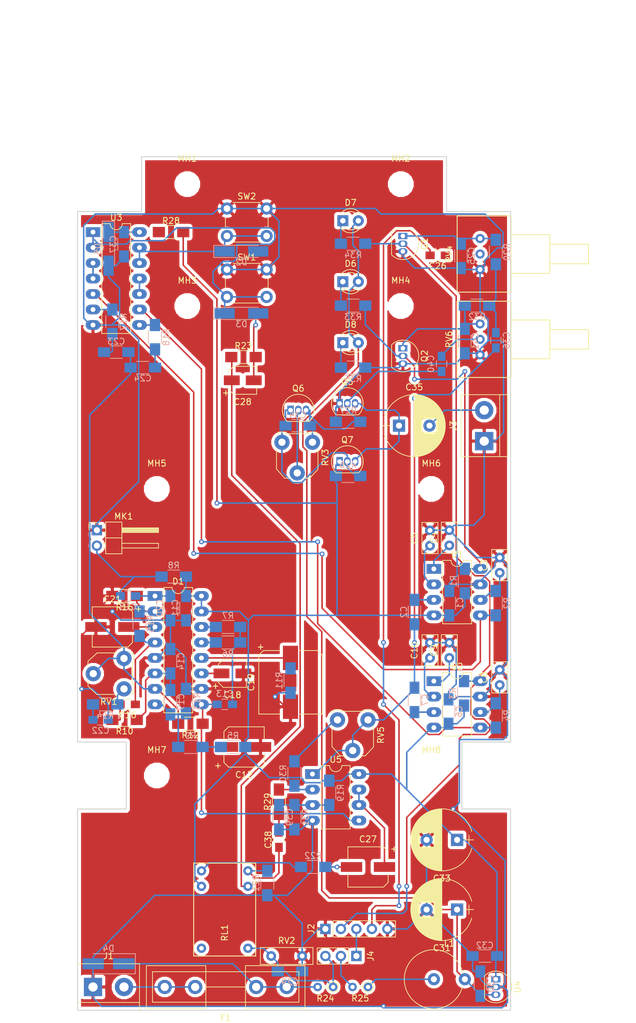
<source format=kicad_pcb>
(kicad_pcb (version 20171130) (host pcbnew "(5.0.0)")
  (layers (0 F.Cu signal) (31 B.Cu signal) (34 B.Paste user hide) (35 F.Paste user hide) (36 B.SilkS user) (37 F.SilkS user) (38 B.Mask user hide) (39 F.Mask user hide) (44 Edge.Cuts user))
  (net 0 "")
  (net 1 +9V)
  (net 2 GND)
  (net 3 /Fx)
  (net 4 "Net-(C2-Pad1)")
  (net 5 "Net-(C3-Pad1)")
  (net 6 "Net-(C4-Pad1)")
  (net 7 "Net-(C5-Pad1)")
  (net 8 "Net-(C7-Pad1)")
  (net 9 "Net-(C8-Pad1)")
  (net 10 "Net-(C9-Pad1)")
  (net 11 "Net-(C10-Pad1)")
  (net 12 "Net-(C12-Pad1)")
  (net 13 "Net-(C13-Pad1)")
  (net 14 /MicOut)
  (net 15 "Net-(C14-Pad1)")
  (net 16 "Net-(C15-Pad2)")
  (net 17 "Net-(C15-Pad1)")
  (net 18 "Net-(C16-Pad1)")
  (net 19 "Net-(C16-Pad2)")
  (net 20 "Net-(C17-Pad1)")
  (net 21 "Net-(C18-Pad1)")
  (net 22 "Net-(C19-Pad1)")
  (net 23 "Net-(C21-Pad1)")
  (net 24 "Net-(C22-Pad1)")
  (net 25 "Net-(C23-Pad2)")
  (net 26 "Net-(C23-Pad1)")
  (net 27 "Net-(C24-Pad2)")
  (net 28 "Net-(C25-Pad2)")
  (net 29 "Net-(C26-Pad2)")
  (net 30 "Net-(C26-Pad1)")
  (net 31 "Net-(C27-Pad2)")
  (net 32 "Net-(C27-Pad1)")
  (net 33 /Coil)
  (net 34 "Net-(C28-Pad1)")
  (net 35 "Net-(C29-Pad1)")
  (net 36 "Net-(C34-Pad2)")
  (net 37 "Net-(C34-Pad1)")
  (net 38 "Net-(C35-Pad1)")
  (net 39 "Net-(C35-Pad2)")
  (net 40 "Net-(C36-Pad2)")
  (net 41 "Net-(C37-Pad1)")
  (net 42 "Net-(C38-Pad2)")
  (net 43 /FromLine)
  (net 44 "Net-(C39-Pad2)")
  (net 45 "Net-(C40-Pad1)")
  (net 46 /Amp)
  (net 47 "Net-(D1-Pad2)")
  (net 48 "Net-(D1-Pad13)")
  (net 49 "Net-(D1-Pad14)")
  (net 50 "Net-(D2-Pad1)")
  (net 51 "Net-(D3-Pad1)")
  (net 52 "Net-(D4-Pad1)")
  (net 53 "Net-(F1-Pad2)")
  (net 54 /~Enable_B)
  (net 55 +12P)
  (net 56 "Net-(J4-Pad2)")
  (net 57 "Net-(L1-Pad1)")
  (net 58 /~Enable_A)
  (net 59 "Net-(Q6-Pad2)")
  (net 60 /F1)
  (net 61 /F2)
  (net 62 "Net-(R14-Pad2)")
  (net 63 "Net-(R17-Pad2)")
  (net 64 "Net-(R18-Pad2)")
  (net 65 "Net-(R22-Pad2)")
  (net 66 "Net-(R29-Pad2)")
  (net 67 "Net-(R30-Pad1)")
  (net 68 "Net-(U3-Pad3)")
  (net 69 "Net-(U3-Pad10)")
  (net 70 "Net-(RL1-Pad6)")
  (net 71 "Net-(D8-Pad1)")
  (net 72 "Net-(D7-Pad1)")
  (net 73 "Net-(D6-Pad1)")
  (net 74 +12V)
  (module Capacitors_SMD:C_1206_HandSoldering (layer B.Cu) (at 35.85 72.05 180)
    (fp_text reference C23 (at 0 1.75 180) (layer B.SilkS) (effects (justify mirror)))
    (fp_text value 0,01)
    (pad 2 smd rect (at 2 0 180) (size 2 1.6) (layers B.Cu B.Paste B.Mask) (net 25 "Net-(C23-Pad2)"))
    (pad 1 smd rect (at -2 0 180) (size 2 1.6) (layers B.Cu B.Paste B.Mask) (net 26 "Net-(C23-Pad1)"))
  )
  (module LED_THT:LED_D3.0mm (layer F.Cu) (at 73 50.5)
    (fp_text reference D7 (at 1.27 -2.96) (layer F.SilkS))
    (fp_text value RxLoud)
    (pad 1 thru_hole rect (at 0 0) (size 1.8 1.8) (drill 0.9) (layers *.Cu *.Mask) (net 72 "Net-(D7-Pad1)"))
    (pad 2 thru_hole circle (at 2.54 0) (size 1.8 1.8) (drill 0.9) (layers *.Cu *.Mask) (net 74 +12V))
  )
  (module LED_THT:LED_D3.0mm (layer F.Cu) (at 73 60.5)
    (fp_text reference D6 (at 1.27 -2.96) (layer F.SilkS))
    (fp_text value RxTalk)
    (pad 2 thru_hole circle (at 2.54 0) (size 1.8 1.8) (drill 0.9) (layers *.Cu *.Mask) (net 74 +12V))
    (pad 1 thru_hole rect (at 0 0) (size 1.8 1.8) (drill 0.9) (layers *.Cu *.Mask) (net 73 "Net-(D6-Pad1)"))
  )
  (module LED_THT:LED_D3.0mm (layer F.Cu) (at 73 70.5)
    (fp_text reference D8 (at 1.27 -2.96) (layer F.SilkS))
    (fp_text value Pwr)
    (pad 1 thru_hole rect (at 0 0) (size 1.8 1.8) (drill 0.9) (layers *.Cu *.Mask) (net 71 "Net-(D8-Pad1)"))
    (pad 2 thru_hole circle (at 2.54 0) (size 1.8 1.8) (drill 0.9) (layers *.Cu *.Mask) (net 74 +12V))
  )
  (module Resistors_SMD:R_1206_HandSoldering (layer B.Cu) (at 74.68 64.43)
    (fp_text reference R33 (at 0 1.85) (layer B.SilkS) (effects (justify mirror)))
    (fp_text value 1k)
    (pad 1 smd rect (at -2 0) (size 2 1.7) (layers B.Cu B.Paste B.Mask) (net 73 "Net-(D6-Pad1)"))
    (pad 2 smd rect (at 2 0) (size 2 1.7) (layers B.Cu B.Paste B.Mask) (net 58 /~Enable_A))
  )
  (module Resistors_SMD:R_1206_HandSoldering (layer B.Cu) (at 74.68 54.27)
    (fp_text reference R34 (at 0 1.85) (layer B.SilkS) (effects (justify mirror)))
    (fp_text value 1k)
    (pad 2 smd rect (at 2 0) (size 2 1.7) (layers B.Cu B.Paste B.Mask) (net 54 /~Enable_B))
    (pad 1 smd rect (at -2 0) (size 2 1.7) (layers B.Cu B.Paste B.Mask) (net 72 "Net-(D7-Pad1)"))
  )
  (module Resistors_SMD:R_1206_HandSoldering (layer B.Cu) (at 74.68 74.59)
    (fp_text reference R35 (at 0 1.85) (layer B.SilkS) (effects (justify mirror)))
    (fp_text value 1k)
    (pad 1 smd rect (at -2 0) (size 2 1.7) (layers B.Cu B.Paste B.Mask) (net 71 "Net-(D8-Pad1)"))
    (pad 2 smd rect (at 2 0) (size 2 1.7) (layers B.Cu B.Paste B.Mask) (net 2 GND))
  )
  (module Mounting_Holes:MountingHole_3.2mm_M3 (layer F.Cu) (at 87.5 141.5)
    (fp_text reference MH8 (at 0 -4.2) (layer F.SilkS))
    (fp_text value -)
    (pad 1 np_thru_hole circle (at 0 0) (size 3.2 3.2) (drill 3.2) (layers *.Cu *.Mask))
  )
  (module Mounting_Holes:MountingHole_3.2mm_M3 (layer F.Cu) (at 42.5 141.5)
    (fp_text reference MH7 (at 0 -4.2) (layer F.SilkS))
    (fp_text value -)
    (pad 1 np_thru_hole circle (at 0 0) (size 3.2 3.2) (drill 3.2) (layers *.Cu *.Mask))
  )
  (module Mounting_Holes:MountingHole_3.2mm_M3 (layer F.Cu) (at 87.5 94.5)
    (fp_text reference MH6 (at 0 -4.2) (layer F.SilkS))
    (fp_text value -)
    (pad 1 np_thru_hole circle (at 0 0) (size 3.2 3.2) (drill 3.2) (layers *.Cu *.Mask))
  )
  (module Mounting_Holes:MountingHole_3.2mm_M3 (layer F.Cu) (at 42.5 94.5)
    (fp_text reference MH5 (at 0 -4.2) (layer F.SilkS))
    (fp_text value -)
    (pad 1 np_thru_hole circle (at 0 0) (size 3.2 3.2) (drill 3.2) (layers *.Cu *.Mask))
  )
  (module Mounting_Holes:MountingHole_3.2mm_M3 (layer F.Cu) (at 82.5 64.5)
    (fp_text reference MH4 (at 0 -4.2) (layer F.SilkS))
    (fp_text value -)
    (pad 1 np_thru_hole circle (at 0 0) (size 3.2 3.2) (drill 3.2) (layers *.Cu *.Mask))
  )
  (module Mounting_Holes:MountingHole_3.2mm_M3 (layer F.Cu) (at 47.5 64.5)
    (fp_text reference MH3 (at 0 -4.2) (layer F.SilkS))
    (fp_text value -)
    (pad 1 np_thru_hole circle (at 0 0) (size 3.2 3.2) (drill 3.2) (layers *.Cu *.Mask))
  )
  (module Mounting_Holes:MountingHole_3.2mm_M3 (layer F.Cu) (at 82.5 44.5)
    (fp_text reference MH2 (at 0 -4.2) (layer F.SilkS))
    (fp_text value -)
    (pad 1 np_thru_hole circle (at 0 0) (size 3.2 3.2) (drill 3.2) (layers *.Cu *.Mask))
  )
  (module Mounting_Holes:MountingHole_3.2mm_M3 (layer F.Cu) (at 47.5 44.5)
    (fp_text reference MH1 (at 0 -4.2) (layer F.SilkS))
    (fp_text value -)
    (pad 1 np_thru_hole circle (at 0 0) (size 3.2 3.2) (drill 3.2) (layers *.Cu *.Mask))
  )
  (module Potentiometers:Potentiometer_Spectrol-Type148-Type149_Single (layer F.Cu) (at 95.5 72.5 90)
    (fp_text reference RV6 (at 2.54 -5.08 90) (layer F.SilkS))
    (fp_text value 100k)
    (pad 1 thru_hole circle (at 0 0 90) (size 1.50114 1.50114) (drill 0.8001) (layers *.Cu *.Mask) (net 2 GND))
    (pad 3 thru_hole circle (at 5.08 0 90) (size 1.50114 1.50114) (drill 0.8001) (layers *.Cu *.Mask) (net 46 /Amp))
    (pad 2 thru_hole circle (at 2.54 0 90) (size 1.50114 1.50114) (drill 0.8001) (layers *.Cu *.Mask) (net 45 "Net-(C40-Pad1)"))
  )
  (module Potentiometers:Potentiometer_Spectrol-Type148-Type149_Single (layer F.Cu) (at 95.5 58.5 90)
    (fp_text reference RV4 (at 2.54 -5.08 90) (layer F.SilkS))
    (fp_text value 100k)
    (pad 2 thru_hole circle (at 2.54 0 90) (size 1.50114 1.50114) (drill 0.8001) (layers *.Cu *.Mask) (net 30 "Net-(C26-Pad1)"))
    (pad 3 thru_hole circle (at 5.08 0 90) (size 1.50114 1.50114) (drill 0.8001) (layers *.Cu *.Mask) (net 28 "Net-(C25-Pad2)"))
    (pad 1 thru_hole circle (at 0 0 90) (size 1.50114 1.50114) (drill 0.8001) (layers *.Cu *.Mask) (net 2 GND))
  )
  (module dz_lib:Relay_SPDT_HK4100F (layer F.Cu) (at 57.44 169.84 90)
    (fp_text reference RL1 (at 2.54 -3.81 90) (layer F.SilkS))
    (fp_text value HK4100F)
    (pad 1 thru_hole circle (at 0 0 90) (size 1.524 1.524) (drill 0.762) (layers *.Cu *.Mask) (net 35 "Net-(C29-Pad1)"))
    (pad 6 thru_hole circle (at 0 -7.62 90) (size 1.524 1.524) (drill 0.762) (layers *.Cu *.Mask) (net 70 "Net-(RL1-Pad6)"))
    (pad 2 thru_hole circle (at 10.16 0 90) (size 1.524 1.524) (drill 0.762) (layers *.Cu *.Mask) (net 34 "Net-(C28-Pad1)"))
    (pad 3 thru_hole circle (at 12.7 0 90) (size 1.524 1.524) (drill 0.762) (layers *.Cu *.Mask) (net 43 /FromLine))
    (pad 5 thru_hole circle (at 10.16 -7.62 90) (size 1.524 1.524) (drill 0.762) (layers *.Cu *.Mask) (net 1 +9V))
    (pad 4 thru_hole circle (at 12.7 -7.62 90) (size 1.524 1.524) (drill 0.762) (layers *.Cu *.Mask) (net 65 "Net-(R22-Pad2)"))
  )
  (module Capacitors_SMD:C_1206_HandSoldering (layer B.Cu) (at 90.46 113.23 90)
    (fp_text reference C1 (at 0 1.75 90) (layer B.SilkS) (effects (justify mirror)))
    (fp_text value 1,0)
    (pad 1 smd rect (at -2 0 90) (size 2 1.6) (layers B.Cu B.Paste B.Mask) (net 1 +9V))
    (pad 2 smd rect (at 2 0 90) (size 2 1.6) (layers B.Cu B.Paste B.Mask) (net 2 GND))
  )
  (module Capacitors_SMD:C_1206_HandSoldering (layer B.Cu) (at 84.745 114.69 270)
    (fp_text reference C2 (at 0 1.75 270) (layer B.SilkS) (effects (justify mirror)))
    (fp_text value 0,1)
    (pad 2 smd rect (at 2 0 270) (size 2 1.6) (layers B.Cu B.Paste B.Mask) (net 3 /Fx))
    (pad 1 smd rect (at -2 0 270) (size 2 1.6) (layers B.Cu B.Paste B.Mask) (net 4 "Net-(C2-Pad1)"))
  )
  (module Capacitors_THT:C_Disc_D5.0mm_W2.5mm_P2.50mm (layer F.Cu) (at 98.715 108.245 90)
    (fp_text reference C3 (at 1.25 -2.56 90) (layer F.SilkS))
    (fp_text value 0,15)
    (pad 1 thru_hole circle (at 0 0 90) (size 1.6 1.6) (drill 0.8) (layers *.Cu *.Mask) (net 5 "Net-(C3-Pad1)"))
    (pad 2 thru_hole circle (at 2.5 0 90) (size 1.6 1.6) (drill 0.8) (layers *.Cu *.Mask) (net 2 GND))
  )
  (module Capacitors_THT:C_Disc_D5.0mm_W2.5mm_P2.50mm (layer F.Cu) (at 90.46 103.76 90)
    (fp_text reference C4 (at 1.25 -2.56 90) (layer F.SilkS))
    (fp_text value 2.2)
    (pad 2 thru_hole circle (at 2.5 0 90) (size 1.6 1.6) (drill 0.8) (layers *.Cu *.Mask) (net 2 GND))
    (pad 1 thru_hole circle (at 0 0 90) (size 1.6 1.6) (drill 0.8) (layers *.Cu *.Mask) (net 6 "Net-(C4-Pad1)"))
  )
  (module Capacitors_THT:C_Disc_D5.0mm_W2.5mm_P2.50mm (layer F.Cu) (at 87.285 103.8 90)
    (fp_text reference C5 (at 1.25 -2.56 90) (layer F.SilkS))
    (fp_text value 1.0)
    (pad 1 thru_hole circle (at 0 0 90) (size 1.6 1.6) (drill 0.8) (layers *.Cu *.Mask) (net 7 "Net-(C5-Pad1)"))
    (pad 2 thru_hole circle (at 2.5 0 90) (size 1.6 1.6) (drill 0.8) (layers *.Cu *.Mask) (net 2 GND))
  )
  (module Capacitors_SMD:C_1206_HandSoldering (layer B.Cu) (at 90.333 131.01 90)
    (fp_text reference C6 (at 0 1.75 90) (layer B.SilkS) (effects (justify mirror)))
    (fp_text value 1,0)
    (pad 1 smd rect (at -2 0 90) (size 2 1.6) (layers B.Cu B.Paste B.Mask) (net 1 +9V))
    (pad 2 smd rect (at 2 0 90) (size 2 1.6) (layers B.Cu B.Paste B.Mask) (net 2 GND))
  )
  (module Capacitors_SMD:C_1206_HandSoldering (layer B.Cu) (at 84.745 129.105 90)
    (fp_text reference C7 (at 0 1.75 90) (layer B.SilkS) (effects (justify mirror)))
    (fp_text value 0,1)
    (pad 1 smd rect (at -2 0 90) (size 2 1.6) (layers B.Cu B.Paste B.Mask) (net 8 "Net-(C7-Pad1)"))
    (pad 2 smd rect (at 2 0 90) (size 2 1.6) (layers B.Cu B.Paste B.Mask) (net 3 /Fx))
  )
  (module Capacitors_THT:C_Disc_D5.0mm_W2.5mm_P2.50mm (layer F.Cu) (at 98.715 126.66 90)
    (fp_text reference C8 (at 1.25 -2.56 90) (layer F.SilkS))
    (fp_text value 0,1)
    (pad 2 thru_hole circle (at 2.5 0 90) (size 1.6 1.6) (drill 0.8) (layers *.Cu *.Mask) (net 2 GND))
    (pad 1 thru_hole circle (at 0 0 90) (size 1.6 1.6) (drill 0.8) (layers *.Cu *.Mask) (net 9 "Net-(C8-Pad1)"))
  )
  (module Capacitors_THT:C_Disc_D5.0mm_W2.5mm_P2.50mm (layer F.Cu) (at 90.46 122.215 90)
    (fp_text reference C9 (at 1.25 -2.56 90) (layer F.SilkS))
    (fp_text value 2.2)
    (pad 1 thru_hole circle (at 0 0 90) (size 1.6 1.6) (drill 0.8) (layers *.Cu *.Mask) (net 10 "Net-(C9-Pad1)"))
    (pad 2 thru_hole circle (at 2.5 0 90) (size 1.6 1.6) (drill 0.8) (layers *.Cu *.Mask) (net 2 GND))
  )
  (module Capacitors_THT:C_Disc_D5.0mm_W2.5mm_P2.50mm (layer F.Cu) (at 87.285 122.215 90)
    (fp_text reference C10 (at 1.25 -2.56 90) (layer F.SilkS))
    (fp_text value 0.68)
    (pad 2 thru_hole circle (at 2.5 0 90) (size 1.6 1.6) (drill 0.8) (layers *.Cu *.Mask) (net 2 GND))
    (pad 1 thru_hole circle (at 0 0 90) (size 1.6 1.6) (drill 0.8) (layers *.Cu *.Mask) (net 11 "Net-(C10-Pad1)"))
  )
  (module Capacitors_SMD:C_1206_HandSoldering (layer B.Cu) (at 47.28 114.055 270)
    (fp_text reference C11 (at 0 1.75 270) (layer B.SilkS) (effects (justify mirror)))
    (fp_text value 1,0)
    (pad 2 smd rect (at 2 0 270) (size 2 1.6) (layers B.Cu B.Paste B.Mask) (net 2 GND))
    (pad 1 smd rect (at -2 0 270) (size 2 1.6) (layers B.Cu B.Paste B.Mask) (net 1 +9V))
  )
  (module Capacitors_SMD:CP_Elec_6.3x5.7 (layer F.Cu) (at 56.805 136.82)
    (fp_text reference C12 (at 0 4.56) (layer F.SilkS))
    (fp_text value 47,0)
    (fp_text user + (at -4.28 3.01) (layer F.SilkS))
    (pad 1 smd rect (at -2.7 0 180) (size 3.5 1.6) (layers F.Cu F.Paste F.Mask) (net 12 "Net-(C12-Pad1)"))
    (pad 2 smd rect (at 2.7 0 180) (size 3.5 1.6) (layers F.Cu F.Paste F.Mask) (net 2 GND))
  )
  (module Capacitors_SMD:C_0805_HandSoldering (layer B.Cu) (at 53.65 129.835 180)
    (fp_text reference C13 (at 0 1.75 180) (layer B.SilkS) (effects (justify mirror)))
    (fp_text value 10,0)
    (pad 1 smd rect (at -1.25 0 180) (size 1.5 1.25) (layers B.Cu B.Paste B.Mask) (net 13 "Net-(C13-Pad1)"))
    (pad 2 smd rect (at 1.25 0 180) (size 1.5 1.25) (layers B.Cu B.Paste B.Mask) (net 14 /MicOut))
  )
  (module Capacitors_SMD:C_1206_HandSoldering (layer B.Cu) (at 44.74 122.755 90)
    (fp_text reference C14 (at 0 1.75 90) (layer B.SilkS) (effects (justify mirror)))
    (fp_text value 820)
    (pad 1 smd rect (at -2 0 90) (size 2 1.6) (layers B.Cu B.Paste B.Mask) (net 15 "Net-(C14-Pad1)"))
    (pad 2 smd rect (at 2 0 90) (size 2 1.6) (layers B.Cu B.Paste B.Mask) (net 2 GND))
  )
  (module Capacitors_SMD:C_0805_HandSoldering (layer B.Cu) (at 37.775 112.055)
    (fp_text reference C15 (at 0 1.75) (layer B.SilkS) (effects (justify mirror)))
    (fp_text value 10,0)
    (pad 2 smd rect (at 1.25 0) (size 1.5 1.25) (layers B.Cu B.Paste B.Mask) (net 16 "Net-(C15-Pad2)"))
    (pad 1 smd rect (at -1.25 0) (size 1.5 1.25) (layers B.Cu B.Paste B.Mask) (net 17 "Net-(C15-Pad1)"))
  )
  (module Capacitors_SMD:C_0805_HandSoldering (layer F.Cu) (at 37.735 129.835 180)
    (fp_text reference C16 (at 0 -1.75 180) (layer F.SilkS))
    (fp_text value 10,0)
    (pad 1 smd rect (at -1.25 0 180) (size 1.5 1.25) (layers F.Cu F.Paste F.Mask) (net 18 "Net-(C16-Pad1)"))
    (pad 2 smd rect (at 1.25 0 180) (size 1.5 1.25) (layers F.Cu F.Paste F.Mask) (net 19 "Net-(C16-Pad2)"))
  )
  (module Capacitors_SMD:C_1206_HandSoldering (layer B.Cu) (at 44.74 129.475 90)
    (fp_text reference C17 (at 0 1.75 90) (layer B.SilkS) (effects (justify mirror)))
    (fp_text value 0,1)
    (pad 2 smd rect (at 2 0 90) (size 2 1.6) (layers B.Cu B.Paste B.Mask) (net 15 "Net-(C14-Pad1)"))
    (pad 1 smd rect (at -2 0 90) (size 2 1.6) (layers B.Cu B.Paste B.Mask) (net 20 "Net-(C17-Pad1)"))
  )
  (module Capacitors_SMD:CP_Elec_4x5.3 (layer F.Cu) (at 54.9 124.755)
    (fp_text reference C18 (at 0 3.54) (layer F.SilkS))
    (fp_text value 4,7)
    (fp_text user + (at -2.77 2.01) (layer F.SilkS))
    (pad 1 smd rect (at -1.8 0 180) (size 2.6 1.6) (layers F.Cu F.Paste F.Mask) (net 21 "Net-(C18-Pad1)"))
    (pad 2 smd rect (at 1.8 0 180) (size 2.6 1.6) (layers F.Cu F.Paste F.Mask) (net 2 GND))
  )
  (module Capacitors_SMD:CP_Elec_10x10.5 (layer F.Cu) (at 64.425 126.215 270)
    (fp_text reference C19 (at 0 6.46 270) (layer F.SilkS))
    (fp_text value 220,0)
    (fp_text user + (at -5.78 4.97 270) (layer F.SilkS))
    (pad 1 smd rect (at -4 0 90) (size 4 2.5) (layers F.Cu F.Paste F.Mask) (net 22 "Net-(C19-Pad1)"))
    (pad 2 smd rect (at 4 0 90) (size 4 2.5) (layers F.Cu F.Paste F.Mask) (net 2 GND))
  )
  (module Capacitors_SMD:C_1206_HandSoldering (layer B.Cu) (at 44.74 114.055 270)
    (fp_text reference C20 (at 0 1.75 270) (layer B.SilkS) (effects (justify mirror)))
    (fp_text value 3900)
    (pad 1 smd rect (at -2 0 270) (size 2 1.6) (layers B.Cu B.Paste B.Mask) (net 16 "Net-(C15-Pad2)"))
    (pad 2 smd rect (at 2 0 270) (size 2 1.6) (layers B.Cu B.Paste B.Mask) (net 2 GND))
  )
  (module Capacitors_SMD:CP_Elec_6.3x5.3 (layer F.Cu) (at 35.215 117.135 180)
    (fp_text reference C21 (at 0 4.56 180) (layer F.SilkS))
    (fp_text value 100,0)
    (fp_text user + (at -4.28 3.01 180) (layer F.SilkS))
    (pad 1 smd rect (at -2.7 0) (size 3.5 1.6) (layers F.Cu F.Paste F.Mask) (net 23 "Net-(C21-Pad1)"))
    (pad 2 smd rect (at 2.7 0) (size 3.5 1.6) (layers F.Cu F.Paste F.Mask) (net 2 GND))
  )
  (module Capacitors_SMD:C_0805_HandSoldering (layer B.Cu) (at 33.29 132.375)
    (fp_text reference C22 (at 0 1.75) (layer B.SilkS) (effects (justify mirror)))
    (fp_text value 10,0)
    (pad 2 smd rect (at 1.25 0) (size 1.5 1.25) (layers B.Cu B.Paste B.Mask) (net 2 GND))
    (pad 1 smd rect (at -1.25 0) (size 1.5 1.25) (layers B.Cu B.Paste B.Mask) (net 24 "Net-(C22-Pad1)"))
  )
  (module Capacitors_SMD:C_1206_HandSoldering (layer B.Cu) (at 40.2 74.59)
    (fp_text reference C24 (at 0 1.75) (layer B.SilkS) (effects (justify mirror)))
    (fp_text value 0,01)
    (pad 1 smd rect (at -2 0) (size 2 1.6) (layers B.Cu B.Paste B.Mask) (net 26 "Net-(C23-Pad1)"))
    (pad 2 smd rect (at 2 0) (size 2 1.6) (layers B.Cu B.Paste B.Mask) (net 27 "Net-(C24-Pad2)"))
  )
  (module Capacitors_SMD:C_1206_HandSoldering (layer B.Cu) (at 92.365 56.27 90)
    (fp_text reference C25 (at 0 1.75 90) (layer B.SilkS) (effects (justify mirror)))
    (fp_text value 0,022)
    (pad 2 smd rect (at 2 0 90) (size 2 1.6) (layers B.Cu B.Paste B.Mask) (net 28 "Net-(C25-Pad2)"))
    (pad 1 smd rect (at -2 0 90) (size 2 1.6) (layers B.Cu B.Paste B.Mask) (net 2 GND))
  )
  (module Capacitors_SMD:C_0805_HandSoldering (layer F.Cu) (at 88.555 56.175 180)
    (fp_text reference C26 (at 0 -1.75 180) (layer F.SilkS))
    (fp_text value 10,0)
    (pad 2 smd rect (at 1.25 0 180) (size 1.5 1.25) (layers F.Cu F.Paste F.Mask) (net 29 "Net-(C26-Pad2)"))
    (pad 1 smd rect (at -1.25 0 180) (size 1.5 1.25) (layers F.Cu F.Paste F.Mask) (net 30 "Net-(C26-Pad1)"))
  )
  (module Capacitors_SMD:CP_Elec_6.3x5.7 (layer F.Cu) (at 77.125 156.505 180)
    (fp_text reference C27 (at 0 4.56 180) (layer F.SilkS))
    (fp_text value 47,0)
    (fp_text user + (at -4.28 3.01 180) (layer F.SilkS))
    (pad 2 smd rect (at 2.7 0) (size 3.5 1.6) (layers F.Cu F.Paste F.Mask) (net 31 "Net-(C27-Pad2)"))
    (pad 1 smd rect (at -2.7 0) (size 3.5 1.6) (layers F.Cu F.Paste F.Mask) (net 32 "Net-(C27-Pad1)"))
  )
  (module Capacitors_SMD:CP_Elec_4x5.3 (layer F.Cu) (at 56.59 76.675)
    (fp_text reference C28 (at 0 3.54) (layer F.SilkS))
    (fp_text value 10,0)
    (fp_text user + (at -2.77 2.01) (layer F.SilkS))
    (pad 2 smd rect (at 1.8 0 180) (size 2.6 1.6) (layers F.Cu F.Paste F.Mask) (net 33 /Coil))
    (pad 1 smd rect (at -1.8 0 180) (size 2.6 1.6) (layers F.Cu F.Paste F.Mask) (net 34 "Net-(C28-Pad1)"))
  )
  (module Capacitors_SMD:C_1206_HandSoldering (layer B.Cu) (at 64.33 173.65)
    (fp_text reference C29 (at 0 1.75) (layer B.SilkS) (effects (justify mirror)))
    (fp_text value 100pF)
    (pad 2 smd rect (at 2 0) (size 2 1.6) (layers B.Cu B.Paste B.Mask) (net 2 GND))
    (pad 1 smd rect (at -2 0) (size 2 1.6) (layers B.Cu B.Paste B.Mask) (net 35 "Net-(C29-Pad1)"))
  )
  (module Capacitors_SMD:C_1206_HandSoldering (layer B.Cu) (at 95.54 175.65 90)
    (fp_text reference C30 (at 0 1.75 90) (layer B.SilkS) (effects (justify mirror)))
    (fp_text value 0,33)
    (pad 1 smd rect (at -2 0 90) (size 2 1.6) (layers B.Cu B.Paste B.Mask) (net 74 +12V))
    (pad 2 smd rect (at 2 0 90) (size 2 1.6) (layers B.Cu B.Paste B.Mask) (net 2 GND))
  )
  (module Capacitors_THT:CP_Radial_D10.0mm_P5.00mm (layer F.Cu) (at 91.73 163.49 180)
    (fp_text reference C31 (at 2.5 -6.31 180) (layer F.SilkS))
    (fp_text value 470,0)
    (pad 2 thru_hole circle (at 5 0 180) (size 2 2) (drill 1) (layers *.Cu *.Mask) (net 2 GND))
    (pad 1 thru_hole rect (at 0 0 180) (size 2 2) (drill 1) (layers *.Cu *.Mask) (net 74 +12V))
  )
  (module Capacitors_SMD:C_1206_HandSoldering (layer B.Cu) (at 96.27 171.11 180)
    (fp_text reference C32 (at 0 1.75 180) (layer B.SilkS) (effects (justify mirror)))
    (fp_text value 0,33)
    (pad 2 smd rect (at 2 0 180) (size 2 1.6) (layers B.Cu B.Paste B.Mask) (net 2 GND))
    (pad 1 smd rect (at -2 0 180) (size 2 1.6) (layers B.Cu B.Paste B.Mask) (net 1 +9V))
  )
  (module Capacitors_THT:CP_Radial_D10.0mm_P5.00mm (layer F.Cu) (at 91.73 152.06 180)
    (fp_text reference C33 (at 2.5 -6.31 180) (layer F.SilkS))
    (fp_text value 470,0)
    (pad 1 thru_hole rect (at 0 0 180) (size 2 2) (drill 1) (layers *.Cu *.Mask) (net 1 +9V))
    (pad 2 thru_hole circle (at 5 0 180) (size 2 2) (drill 1) (layers *.Cu *.Mask) (net 2 GND))
  )
  (module Capacitors_SMD:C_1206_HandSoldering (layer B.Cu) (at 65.6 84.115 180)
    (fp_text reference C34 (at 0 1.75 180) (layer B.SilkS) (effects (justify mirror)))
    (fp_text value 0,33)
    (pad 2 smd rect (at 2 0 180) (size 2 1.6) (layers B.Cu B.Paste B.Mask) (net 36 "Net-(C34-Pad2)"))
    (pad 1 smd rect (at -2 0 180) (size 2 1.6) (layers B.Cu B.Paste B.Mask) (net 37 "Net-(C34-Pad1)"))
  )
  (module Capacitors_THT:CP_Radial_D10.0mm_P5.00mm (layer F.Cu) (at 82.205 84.115)
    (fp_text reference C35 (at 2.5 -6.31) (layer F.SilkS))
    (fp_text value 470,0)
    (pad 1 thru_hole rect (at 0 0) (size 2 2) (drill 1) (layers *.Cu *.Mask) (net 38 "Net-(C35-Pad1)"))
    (pad 2 thru_hole circle (at 5 0) (size 2 2) (drill 1) (layers *.Cu *.Mask) (net 39 "Net-(C35-Pad2)"))
  )
  (module Capacitors_SMD:C_0805_HandSoldering (layer B.Cu) (at 98.08 70.125 90)
    (fp_text reference C36 (at 0 1.75 90) (layer B.SilkS) (effects (justify mirror)))
    (fp_text value 10,0)
    (pad 1 smd rect (at -1.25 0 90) (size 1.5 1.25) (layers B.Cu B.Paste B.Mask) (net 3 /Fx))
    (pad 2 smd rect (at 1.25 0 90) (size 1.5 1.25) (layers B.Cu B.Paste B.Mask) (net 40 "Net-(C36-Pad2)"))
  )
  (module Capacitors_SMD:C_1206_HandSoldering (layer B.Cu) (at 37.12 54.365 270)
    (fp_text reference C37 (at 0 1.75 270) (layer B.SilkS) (effects (justify mirror)))
    (fp_text value 1,0)
    (pad 1 smd rect (at -2 0 270) (size 2 1.6) (layers B.Cu B.Paste B.Mask) (net 41 "Net-(C37-Pad1)"))
    (pad 2 smd rect (at 2 0 270) (size 2 1.6) (layers B.Cu B.Paste B.Mask) (net 2 GND))
  )
  (module Capacitors_SMD:C_0805_HandSoldering (layer F.Cu) (at 62.52 152.04 90)
    (fp_text reference C38 (at 0 -1.75 90) (layer F.SilkS))
    (fp_text value 10,0)
    (pad 2 smd rect (at 1.25 0 90) (size 1.5 1.25) (layers F.Cu F.Paste F.Mask) (net 42 "Net-(C38-Pad2)"))
    (pad 1 smd rect (at -1.25 0 90) (size 1.5 1.25) (layers F.Cu F.Paste F.Mask) (net 43 /FromLine))
  )
  (module Capacitors_SMD:C_1206_HandSoldering (layer B.Cu) (at 62.52 148.345 90)
    (fp_text reference C39 (at 0 1.75 90) (layer B.SilkS) (effects (justify mirror)))
    (fp_text value 10,0)
    (pad 1 smd rect (at -2 0 90) (size 2 1.6) (layers B.Cu B.Paste B.Mask) (net 2 GND))
    (pad 2 smd rect (at 2 0 90) (size 2 1.6) (layers B.Cu B.Paste B.Mask) (net 44 "Net-(C39-Pad2)"))
  )
  (module Capacitors_SMD:C_0805_HandSoldering (layer B.Cu) (at 89.19 73.975 270)
    (fp_text reference C40 (at 0 1.75 270) (layer B.SilkS) (effects (justify mirror)))
    (fp_text value 10,0)
    (pad 1 smd rect (at -1.25 0 270) (size 1.5 1.25) (layers B.Cu B.Paste B.Mask) (net 45 "Net-(C40-Pad1)"))
    (pad 2 smd rect (at 1.25 0 270) (size 1.5 1.25) (layers B.Cu B.Paste B.Mask) (net 37 "Net-(C34-Pad1)"))
  )
  (module Capacitors_SMD:C_1206_HandSoldering (layer B.Cu) (at 93 70.24 90)
    (fp_text reference C41 (at 0 1.75 90) (layer B.SilkS) (effects (justify mirror)))
    (fp_text value 0,022)
    (pad 2 smd rect (at 2 0 90) (size 2 1.6) (layers B.Cu B.Paste B.Mask) (net 46 /Amp))
    (pad 1 smd rect (at -2 0 90) (size 2 1.6) (layers B.Cu B.Paste B.Mask) (net 2 GND))
  )
  (module Housings_DIP:DIP-16_W7.62mm_LongPads (layer F.Cu) (at 42.2 112.055)
    (fp_text reference D1 (at 3.81 -2.39) (layer F.SilkS))
    (fp_text value TDA1002A)
    (pad 1 thru_hole rect (at 0 0) (size 2.4 1.6) (drill 0.8) (layers *.Cu *.Mask) (net 16 "Net-(C15-Pad2)"))
    (pad 9 thru_hole oval (at 7.62 17.78) (size 2.4 1.6) (drill 0.8) (layers *.Cu *.Mask) (net 14 /MicOut))
    (pad 2 thru_hole oval (at 0 2.54) (size 2.4 1.6) (drill 0.8) (layers *.Cu *.Mask) (net 47 "Net-(D1-Pad2)"))
    (pad 10 thru_hole oval (at 7.62 15.24) (size 2.4 1.6) (drill 0.8) (layers *.Cu *.Mask) (net 2 GND))
    (pad 3 thru_hole oval (at 0 5.08) (size 2.4 1.6) (drill 0.8) (layers *.Cu *.Mask) (net 23 "Net-(C21-Pad1)"))
    (pad 11 thru_hole oval (at 7.62 12.7) (size 2.4 1.6) (drill 0.8) (layers *.Cu *.Mask) (net 21 "Net-(C18-Pad1)"))
    (pad 4 thru_hole oval (at 0 7.62) (size 2.4 1.6) (drill 0.8) (layers *.Cu *.Mask) (net 18 "Net-(C16-Pad1)"))
    (pad 12 thru_hole oval (at 7.62 10.16) (size 2.4 1.6) (drill 0.8) (layers *.Cu *.Mask) (net 22 "Net-(C19-Pad1)"))
    (pad 5 thru_hole oval (at 0 10.16) (size 2.4 1.6) (drill 0.8) (layers *.Cu *.Mask) (net 2 GND))
    (pad 13 thru_hole oval (at 7.62 7.62) (size 2.4 1.6) (drill 0.8) (layers *.Cu *.Mask) (net 48 "Net-(D1-Pad13)"))
    (pad 6 thru_hole oval (at 0 12.7) (size 2.4 1.6) (drill 0.8) (layers *.Cu *.Mask) (net 15 "Net-(C14-Pad1)"))
    (pad 14 thru_hole oval (at 7.62 5.08) (size 2.4 1.6) (drill 0.8) (layers *.Cu *.Mask) (net 49 "Net-(D1-Pad14)"))
    (pad 7 thru_hole oval (at 0 15.24) (size 2.4 1.6) (drill 0.8) (layers *.Cu *.Mask) (net 26 "Net-(C23-Pad1)"))
    (pad 15 thru_hole oval (at 7.62 2.54) (size 2.4 1.6) (drill 0.8) (layers *.Cu *.Mask) (net 1 +9V))
    (pad 8 thru_hole oval (at 0 17.78) (size 2.4 1.6) (drill 0.8) (layers *.Cu *.Mask) (net 20 "Net-(C17-Pad1)"))
    (pad 16 thru_hole oval (at 7.62 0) (size 2.4 1.6) (drill 0.8) (layers *.Cu *.Mask) (net 1 +9V))
  )
  (module Diodes_SMD:D_MiniMELF_Handsoldering (layer B.Cu) (at 56.38 55.54)
    (fp_text reference D2 (at 0 1.75) (layer B.SilkS) (effects (justify mirror)))
    (fp_text value D)
    (pad 1 smd rect (at -2.75 0) (size 3.3 1.7) (layers B.Cu B.Paste B.Mask) (net 50 "Net-(D2-Pad1)"))
    (pad 2 smd rect (at 2.75 0) (size 3.3 1.7) (layers B.Cu B.Paste B.Mask) (net 33 /Coil))
  )
  (module Diodes_SMD:D_MiniMELF_Handsoldering (layer B.Cu) (at 56.38 65.7)
    (fp_text reference D3 (at 0 1.75) (layer B.SilkS) (effects (justify mirror)))
    (fp_text value D)
    (pad 2 smd rect (at 2.75 0) (size 3.3 1.7) (layers B.Cu B.Paste B.Mask) (net 33 /Coil))
    (pad 1 smd rect (at -2.75 0) (size 3.3 1.7) (layers B.Cu B.Paste B.Mask) (net 51 "Net-(D3-Pad1)"))
  )
  (module Diodes_SMD:D_SMA_Handsoldering (layer B.Cu) (at 34.58 172.38 180)
    (fp_text reference D4 (at 0 2.5 180) (layer B.SilkS) (effects (justify mirror)))
    (fp_text value SS34)
    (pad 1 smd rect (at -2.5 0 180) (size 3.5 1.8) (layers B.Cu B.Paste B.Mask) (net 52 "Net-(D4-Pad1)"))
    (pad 2 smd rect (at 2.5 0 180) (size 3.5 1.8) (layers B.Cu B.Paste B.Mask) (net 2 GND))
  )
  (module Diodes_SMD:D_MiniMELF_Handsoldering (layer B.Cu) (at 34.58 55.115 270)
    (fp_text reference D5 (at 0 1.75 270) (layer B.SilkS) (effects (justify mirror)))
    (fp_text value 5v6)
    (pad 1 smd rect (at -2.75 0 270) (size 3.3 1.7) (layers B.Cu B.Paste B.Mask) (net 41 "Net-(C37-Pad1)"))
    (pad 2 smd rect (at 2.75 0 270) (size 3.3 1.7) (layers B.Cu B.Paste B.Mask) (net 2 GND))
  )
  (module Fuse_Holders_and_Fuses:Fuseholder5x20_horiz_open_inline_Type-I (layer F.Cu) (at 63.79 176.19 180)
    (fp_text reference F1 (at 10 -5.08 180) (layer F.SilkS))
    (fp_text value Fuse)
    (pad 2 thru_hole circle (at 15 0 180) (size 2.35 2.35) (drill 1.35) (layers *.Cu *.Mask) (net 53 "Net-(F1-Pad2)"))
    (pad 2 thru_hole circle (at 20 0 180) (size 2.35 2.35) (drill 1.35) (layers *.Cu *.Mask) (net 53 "Net-(F1-Pad2)"))
    (pad 1 thru_hole circle (at 5 0 180) (size 2.35 2.35) (drill 1.35) (layers *.Cu *.Mask) (net 52 "Net-(D4-Pad1)"))
    (pad 1 thru_hole circle (at 0 0 180) (size 2.35 2.35) (drill 1.35) (layers *.Cu *.Mask) (net 52 "Net-(D4-Pad1)"))
  )
  (module TerminalBlock:TerminalBlock_bornier-2_P5.08mm (layer F.Cu) (at 32.04 176.19)
    (fp_text reference J1 (at 2.54 -5.08) (layer F.SilkS))
    (fp_text value Line)
    (pad 1 thru_hole rect (at 0 0) (size 3 3) (drill 1.52) (layers *.Cu *.Mask) (net 2 GND))
    (pad 2 thru_hole circle (at 5.08 0) (size 3 3) (drill 1.52) (layers *.Cu *.Mask) (net 53 "Net-(F1-Pad2)"))
  )
  (module Connector_PinHeader_2.54mm:PinHeader_1x05_P2.54mm_Vertical (layer F.Cu) (at 70.14 166.665 90)
    (fp_text reference J2 (at 0 -2.33 90) (layer F.SilkS))
    (fp_text value PowerAmp)
    (pad 1 thru_hole rect (at 0 0 90) (size 1.7 1.7) (drill 1) (layers *.Cu *.Mask) (net 2 GND))
    (pad 2 thru_hole oval (at 0 2.54 90) (size 1.7 1.7) (drill 1) (layers *.Cu *.Mask) (net 54 /~Enable_B))
    (pad 3 thru_hole oval (at 0 5.08 90) (size 1.7 1.7) (drill 1) (layers *.Cu *.Mask) (net 55 +12P))
    (pad 4 thru_hole oval (at 0 7.62 90) (size 1.7 1.7) (drill 1) (layers *.Cu *.Mask) (net 29 "Net-(C26-Pad2)"))
    (pad 5 thru_hole oval (at 0 10.16 90) (size 1.7 1.7) (drill 1) (layers *.Cu *.Mask) (net 2 GND))
  )
  (module TerminalBlock:TerminalBlock_bornier-2_P5.08mm (layer F.Cu) (at 96.175 86.655 90)
    (fp_text reference J3 (at 2.54 -5.08 90) (layer F.SilkS))
    (fp_text value Speaker)
    (pad 2 thru_hole circle (at 5.08 0 90) (size 3 3) (drill 1.52) (layers *.Cu *.Mask) (net 39 "Net-(C35-Pad2)"))
    (pad 1 thru_hole rect (at 0 0 90) (size 3 3) (drill 1.52) (layers *.Cu *.Mask) (net 2 GND))
  )
  (module Connector_PinHeader_2.54mm:PinHeader_1x03_P2.54mm_Vertical (layer F.Cu) (at 75.22 171.11 270)
    (fp_text reference J4 (at 0 -2.33 270) (layer F.SilkS))
    (fp_text value Power)
    (pad 1 thru_hole rect (at 0 0 270) (size 1.7 1.7) (drill 1) (layers *.Cu *.Mask) (net 55 +12P))
    (pad 2 thru_hole oval (at 0 2.54 270) (size 1.7 1.7) (drill 1) (layers *.Cu *.Mask) (net 56 "Net-(J4-Pad2)"))
    (pad 3 thru_hole oval (at 0 5.08 270) (size 1.7 1.7) (drill 1) (layers *.Cu *.Mask) (net 35 "Net-(C29-Pad1)"))
  )
  (module Inductor_THT:L_Axial_L16.0mm_D9.5mm_P5.08mm_Vertical_Vishay_IM-10-37 (layer F.Cu) (at 87.92 174.92)
    (fp_text reference L1 (at 2.54 -5.87) (layer F.SilkS))
    (fp_text value 220mH)
    (pad 1 thru_hole circle (at 0 0) (size 2 2) (drill 1) (layers *.Cu *.Mask) (net 57 "Net-(L1-Pad1)"))
    (pad 2 thru_hole oval (at 5.08 0) (size 2 2) (drill 1) (layers *.Cu *.Mask) (net 74 +12V))
  )
  (module Pin_Headers:Pin_Header_Angled_1x02_Pitch2.54mm (layer F.Cu) (at 32.675 101.26)
    (fp_text reference MK1 (at 4.385 -2.27) (layer F.SilkS))
    (fp_text value Microphone_Condenser)
    (pad 1 thru_hole rect (at 0 0) (size 1.7 1.7) (drill 1) (layers *.Cu *.Mask) (net 2 GND))
    (pad 2 thru_hole oval (at 0 2.54) (size 1.7 1.7) (drill 1) (layers *.Cu *.Mask) (net 17 "Net-(C15-Pad1)"))
  )
  (module Package_TO_SOT_THT:TO-92_Inline (layer F.Cu) (at 82.84 53 270)
    (fp_text reference Q1 (at 1.27 -3.56 270) (layer F.SilkS))
    (fp_text value BS107)
    (pad 2 thru_hole oval (at 1.27 0 270) (size 1.05 1.5) (drill 0.75) (layers *.Cu *.Mask) (net 54 /~Enable_B))
    (pad 3 thru_hole oval (at 2.54 0 270) (size 1.05 1.5) (drill 0.75) (layers *.Cu *.Mask) (net 2 GND))
    (pad 1 thru_hole rect (at 0 0 270) (size 1.05 1.5) (drill 0.75) (layers *.Cu *.Mask) (net 28 "Net-(C25-Pad2)"))
  )
  (module Package_TO_SOT_THT:TO-92_Inline (layer F.Cu) (at 82.84 71.415 270)
    (fp_text reference Q2 (at 1.27 -3.56 270) (layer F.SilkS))
    (fp_text value BS107)
    (pad 1 thru_hole rect (at 0 0 270) (size 1.05 1.5) (drill 0.75) (layers *.Cu *.Mask) (net 46 /Amp))
    (pad 3 thru_hole oval (at 2.54 0 270) (size 1.05 1.5) (drill 0.75) (layers *.Cu *.Mask) (net 2 GND))
    (pad 2 thru_hole oval (at 1.27 0 270) (size 1.05 1.5) (drill 0.75) (layers *.Cu *.Mask) (net 58 /~Enable_A))
  )
  (module Package_TO_SOT_THT:TO-92_Inline (layer F.Cu) (at 72.465 80.485)
    (fp_text reference Q5 (at 1.27 -3.56) (layer F.SilkS))
    (fp_text value BC557)
    (pad 2 thru_hole oval (at 1.27 0) (size 1.05 1.5) (drill 0.75) (layers *.Cu *.Mask) (net 37 "Net-(C34-Pad1)"))
    (pad 3 thru_hole oval (at 2.54 0) (size 1.05 1.5) (drill 0.75) (layers *.Cu *.Mask) (net 38 "Net-(C35-Pad1)"))
    (pad 1 thru_hole rect (at 0 0) (size 1.05 1.5) (drill 0.75) (layers *.Cu *.Mask) (net 2 GND))
  )
  (module Package_TO_SOT_THT:TO-92_Inline (layer F.Cu) (at 64.425 81.575)
    (fp_text reference Q6 (at 1.27 -3.56) (layer F.SilkS))
    (fp_text value BC547)
    (pad 2 thru_hole oval (at 1.27 0) (size 1.05 1.5) (drill 0.75) (layers *.Cu *.Mask) (net 59 "Net-(Q6-Pad2)"))
    (pad 3 thru_hole oval (at 2.54 0) (size 1.05 1.5) (drill 0.75) (layers *.Cu *.Mask) (net 37 "Net-(C34-Pad1)"))
    (pad 1 thru_hole rect (at 0 0) (size 1.05 1.5) (drill 0.75) (layers *.Cu *.Mask) (net 36 "Net-(C34-Pad2)"))
  )
  (module Package_TO_SOT_THT:TO-92_Inline (layer F.Cu) (at 72.465 90.01)
    (fp_text reference Q7 (at 1.27 -3.56) (layer F.SilkS))
    (fp_text value BC547)
    (pad 1 thru_hole rect (at 0 0) (size 1.05 1.5) (drill 0.75) (layers *.Cu *.Mask) (net 1 +9V))
    (pad 3 thru_hole oval (at 2.54 0) (size 1.05 1.5) (drill 0.75) (layers *.Cu *.Mask) (net 38 "Net-(C35-Pad1)"))
    (pad 2 thru_hole oval (at 1.27 0) (size 1.05 1.5) (drill 0.75) (layers *.Cu *.Mask) (net 36 "Net-(C34-Pad2)"))
  )
  (module Resistors_SMD:R_1206_HandSoldering (layer B.Cu) (at 93 109.61 270)
    (fp_text reference R1 (at 0 1.85 270) (layer B.SilkS) (effects (justify mirror)))
    (fp_text value 10k)
    (pad 2 smd rect (at 2 0 270) (size 2 1.7) (layers B.Cu B.Paste B.Mask) (net 1 +9V))
    (pad 1 smd rect (at -2 0 270) (size 2 1.7) (layers B.Cu B.Paste B.Mask) (net 58 /~Enable_A))
  )
  (module Resistors_SMD:R_1206_HandSoldering (layer B.Cu) (at 98.08 113.23 90)
    (fp_text reference R2 (at 0 1.85 90) (layer B.SilkS) (effects (justify mirror)))
    (fp_text value 2,4k)
    (pad 2 smd rect (at 2 0 90) (size 2 1.7) (layers B.Cu B.Paste B.Mask) (net 5 "Net-(C3-Pad1)"))
    (pad 1 smd rect (at -2 0 90) (size 2 1.7) (layers B.Cu B.Paste B.Mask) (net 60 /F1))
  )
  (module Resistors_SMD:R_1206_HandSoldering (layer B.Cu) (at 92.873 128.025 270)
    (fp_text reference R3 (at 0 1.85 270) (layer B.SilkS) (effects (justify mirror)))
    (fp_text value 10k)
    (pad 1 smd rect (at -2 0 270) (size 2 1.7) (layers B.Cu B.Paste B.Mask) (net 54 /~Enable_B))
    (pad 2 smd rect (at 2 0 270) (size 2 1.7) (layers B.Cu B.Paste B.Mask) (net 1 +9V))
  )
  (module Resistors_SMD:R_1206_HandSoldering (layer B.Cu) (at 98.08 131.645 90)
    (fp_text reference R4 (at 0 1.85 90) (layer B.SilkS) (effects (justify mirror)))
    (fp_text value 2,4k)
    (pad 2 smd rect (at 2 0 90) (size 2 1.7) (layers B.Cu B.Paste B.Mask) (net 9 "Net-(C8-Pad1)"))
    (pad 1 smd rect (at -2 0 90) (size 2 1.7) (layers B.Cu B.Paste B.Mask) (net 61 /F2))
  )
  (module Resistors_SMD:R_1206_HandSoldering (layer B.Cu) (at 54.995 136.82 180)
    (fp_text reference R5 (at 0 1.85 180) (layer B.SilkS) (effects (justify mirror)))
    (fp_text value 33k)
    (pad 1 smd rect (at -2 0 180) (size 2 1.7) (layers B.Cu B.Paste B.Mask) (net 1 +9V))
    (pad 2 smd rect (at 2 0 180) (size 2 1.7) (layers B.Cu B.Paste B.Mask) (net 12 "Net-(C12-Pad1)"))
  )
  (module Resistors_SMD:R_1206_HandSoldering (layer B.Cu) (at 54.17 119.675)
    (fp_text reference R6 (at 0 1.85) (layer B.SilkS) (effects (justify mirror)))
    (fp_text value 10k)
    (pad 1 smd rect (at -2 0) (size 2 1.7) (layers B.Cu B.Paste B.Mask) (net 48 "Net-(D1-Pad13)"))
    (pad 2 smd rect (at 2 0) (size 2 1.7) (layers B.Cu B.Paste B.Mask) (net 13 "Net-(C13-Pad1)"))
  )
  (module Resistors_SMD:R_1206_HandSoldering (layer B.Cu) (at 54.17 117.135 180)
    (fp_text reference R7 (at 0 1.85 180) (layer B.SilkS) (effects (justify mirror)))
    (fp_text value 10k)
    (pad 2 smd rect (at 2 0 180) (size 2 1.7) (layers B.Cu B.Paste B.Mask) (net 49 "Net-(D1-Pad14)"))
    (pad 1 smd rect (at -2 0 180) (size 2 1.7) (layers B.Cu B.Paste B.Mask) (net 13 "Net-(C13-Pad1)"))
  )
  (module Resistors_SMD:R_1206_HandSoldering (layer B.Cu) (at 45.28 108.88 180)
    (fp_text reference R8 (at 0 1.85 180) (layer B.SilkS) (effects (justify mirror)))
    (fp_text value 22k)
    (pad 2 smd rect (at 2 0 180) (size 2 1.7) (layers B.Cu B.Paste B.Mask) (net 17 "Net-(C15-Pad1)"))
    (pad 1 smd rect (at -2 0 180) (size 2 1.7) (layers B.Cu B.Paste B.Mask) (net 1 +9V))
  )
  (module Resistors_SMD:R_1206_HandSoldering (layer B.Cu) (at 48.01 136.82 180)
    (fp_text reference R9 (at 0 1.85 180) (layer B.SilkS) (effects (justify mirror)))
    (fp_text value 68k)
    (pad 2 smd rect (at 2 0 180) (size 2 1.7) (layers B.Cu B.Paste B.Mask) (net 20 "Net-(C17-Pad1)"))
    (pad 1 smd rect (at -2 0 180) (size 2 1.7) (layers B.Cu B.Paste B.Mask) (net 12 "Net-(C12-Pad1)"))
  )
  (module Resistors_SMD:R_1206_HandSoldering (layer F.Cu) (at 37.215 132.375 180)
    (fp_text reference R10 (at 0 -1.85 180) (layer F.SilkS))
    (fp_text value 33k)
    (pad 2 smd rect (at 2 0 180) (size 2 1.7) (layers F.Cu F.Paste F.Mask) (net 19 "Net-(C16-Pad2)"))
    (pad 1 smd rect (at -2 0 180) (size 2 1.7) (layers F.Cu F.Paste F.Mask) (net 15 "Net-(C14-Pad1)"))
  )
  (module Resistors_SMD:R_1206_HandSoldering (layer B.Cu) (at 64.425 125.93 270)
    (fp_text reference R11 (at 0 1.85 270) (layer B.SilkS) (effects (justify mirror)))
    (fp_text value 1M)
    (pad 2 smd rect (at 2 0 270) (size 2 1.7) (layers B.Cu B.Paste B.Mask) (net 2 GND))
    (pad 1 smd rect (at -2 0 270) (size 2 1.7) (layers B.Cu B.Paste B.Mask) (net 22 "Net-(C19-Pad1)"))
  )
  (module Resistors_SMD:R_1206_HandSoldering (layer F.Cu) (at 48.01 133.01 180)
    (fp_text reference R12 (at 0 -1.85 180) (layer F.SilkS))
    (fp_text value 56k)
    (pad 1 smd rect (at -2 0 180) (size 2 1.7) (layers F.Cu F.Paste F.Mask) (net 14 /MicOut))
    (pad 2 smd rect (at 2 0 180) (size 2 1.7) (layers F.Cu F.Paste F.Mask) (net 26 "Net-(C23-Pad1)"))
  )
  (module Resistors_SMD:R_1206_HandSoldering (layer B.Cu) (at 47.28 129.295 90)
    (fp_text reference R13 (at 0 1.85 90) (layer B.SilkS) (effects (justify mirror)))
    (fp_text value 100k)
    (pad 1 smd rect (at -2 0 90) (size 2 1.7) (layers B.Cu B.Paste B.Mask) (net 20 "Net-(C17-Pad1)"))
    (pad 2 smd rect (at 2 0 90) (size 2 1.7) (layers B.Cu B.Paste B.Mask) (net 2 GND))
  )
  (module Resistors_SMD:R_1206_HandSoldering (layer B.Cu) (at 34.04 129.835)
    (fp_text reference R14 (at 0 1.85) (layer B.SilkS) (effects (justify mirror)))
    (fp_text value 56)
    (pad 1 smd rect (at -2 0) (size 2 1.7) (layers B.Cu B.Paste B.Mask) (net 24 "Net-(C22-Pad1)"))
    (pad 2 smd rect (at 2 0) (size 2 1.7) (layers B.Cu B.Paste B.Mask) (net 62 "Net-(R14-Pad2)"))
  )
  (module Resistors_SMD:R_1206_HandSoldering (layer B.Cu) (at 39.66 116.595 90)
    (fp_text reference R15 (at 0 1.85 90) (layer B.SilkS) (effects (justify mirror)))
    (fp_text value 22k)
    (pad 1 smd rect (at -2 0 90) (size 2 1.7) (layers B.Cu B.Paste B.Mask) (net 18 "Net-(C16-Pad1)"))
    (pad 2 smd rect (at 2 0 90) (size 2 1.7) (layers B.Cu B.Paste B.Mask) (net 47 "Net-(D1-Pad2)"))
  )
  (module Resistors_SMD:R_1206_HandSoldering (layer F.Cu) (at 37.215 112.055 180)
    (fp_text reference R16 (at 0 -1.85 180) (layer F.SilkS))
    (fp_text value 220)
    (pad 2 smd rect (at 2 0 180) (size 2 1.7) (layers F.Cu F.Paste F.Mask) (net 2 GND))
    (pad 1 smd rect (at -2 0 180) (size 2 1.7) (layers F.Cu F.Paste F.Mask) (net 47 "Net-(D1-Pad2)"))
  )
  (module Resistors_SMD:R_1206_HandSoldering (layer B.Cu) (at 35.215 67.065 90)
    (fp_text reference R17 (at 0 1.85 90) (layer B.SilkS) (effects (justify mirror)))
    (fp_text value 150k)
    (pad 2 smd rect (at 2 0 90) (size 2 1.7) (layers B.Cu B.Paste B.Mask) (net 63 "Net-(R17-Pad2)"))
    (pad 1 smd rect (at -2 0 90) (size 2 1.7) (layers B.Cu B.Paste B.Mask) (net 25 "Net-(C23-Pad2)"))
  )
  (module Resistors_SMD:R_1206_HandSoldering (layer B.Cu) (at 42.2 69.605 90)
    (fp_text reference R18 (at 0 1.85 90) (layer B.SilkS) (effects (justify mirror)))
    (fp_text value 150k)
    (pad 1 smd rect (at -2 0 90) (size 2 1.7) (layers B.Cu B.Paste B.Mask) (net 27 "Net-(C24-Pad2)"))
    (pad 2 smd rect (at 2 0 90) (size 2 1.7) (layers B.Cu B.Paste B.Mask) (net 64 "Net-(R18-Pad2)"))
  )
  (module Resistors_SMD:R_1206_HandSoldering (layer B.Cu) (at 70.775 144.345 90)
    (fp_text reference R19 (at 0 1.85 90) (layer B.SilkS) (effects (justify mirror)))
    (fp_text value 10k)
    (pad 1 smd rect (at -2 0 90) (size 2 1.7) (layers B.Cu B.Paste B.Mask) (net 44 "Net-(C39-Pad2)"))
    (pad 2 smd rect (at 2 0 90) (size 2 1.7) (layers B.Cu B.Paste B.Mask) (net 1 +9V))
  )
  (module Resistors_SMD:R_1206_HandSoldering (layer B.Cu) (at 98.08 55.635 90)
    (fp_text reference R20 (at 0 1.85 90) (layer B.SilkS) (effects (justify mirror)))
    (fp_text value 10k)
    (pad 2 smd rect (at 2 0 90) (size 2 1.7) (layers B.Cu B.Paste B.Mask) (net 28 "Net-(C25-Pad2)"))
    (pad 1 smd rect (at -2 0 90) (size 2 1.7) (layers B.Cu B.Paste B.Mask) (net 40 "Net-(C36-Pad2)"))
  )
  (module Resistors_SMD:R_1206_HandSoldering (layer B.Cu) (at 60.615 159.14 270)
    (fp_text reference R21 (at 0 1.85 270) (layer B.SilkS) (effects (justify mirror)))
    (fp_text value 1m)
    (pad 2 smd rect (at 2 0 270) (size 2 1.7) (layers B.Cu B.Paste B.Mask) (net 2 GND))
    (pad 1 smd rect (at -2 0 270) (size 2 1.7) (layers B.Cu B.Paste B.Mask) (net 43 /FromLine))
  )
  (module Resistors_SMD:R_1206_HandSoldering (layer B.Cu) (at 68.14 156.505 180)
    (fp_text reference R22 (at 0 1.85 180) (layer B.SilkS) (effects (justify mirror)))
    (fp_text value 100)
    (pad 1 smd rect (at -2 0 180) (size 2 1.7) (layers B.Cu B.Paste B.Mask) (net 31 "Net-(C27-Pad2)"))
    (pad 2 smd rect (at 2 0 180) (size 2 1.7) (layers B.Cu B.Paste B.Mask) (net 65 "Net-(R22-Pad2)"))
  )
  (module Resistors_SMD:R_1206_HandSoldering (layer F.Cu) (at 56.71 72.865)
    (fp_text reference R23 (at 0 -1.85) (layer F.SilkS))
    (fp_text value 100)
    (pad 1 smd rect (at -2 0) (size 2 1.7) (layers F.Cu F.Paste F.Mask) (net 34 "Net-(C28-Pad1)"))
    (pad 2 smd rect (at 2 0) (size 2 1.7) (layers F.Cu F.Paste F.Mask) (net 33 /Coil))
  )
  (module Resistors_THT:R_Axial_DIN0204_L3.6mm_D1.6mm_P2.54mm_Vertical (layer F.Cu) (at 71.41 176.19 180)
    (fp_text reference R24 (at 1.27 -1.86 180) (layer F.SilkS))
    (fp_text value 2)
    (pad 2 thru_hole oval (at 2.54 0 180) (size 1.4 1.4) (drill 0.7) (layers *.Cu *.Mask) (net 52 "Net-(D4-Pad1)"))
    (pad 1 thru_hole circle (at 0 0 180) (size 1.4 1.4) (drill 0.7) (layers *.Cu *.Mask) (net 35 "Net-(C29-Pad1)"))
  )
  (module Resistors_THT:R_Axial_DIN0204_L3.6mm_D1.6mm_P2.54mm_Vertical (layer F.Cu) (at 77.125 176.19 180)
    (fp_text reference R25 (at 1.27 -1.86 180) (layer F.SilkS))
    (fp_text value 10)
    (pad 1 thru_hole circle (at 0 0 180) (size 1.4 1.4) (drill 0.7) (layers *.Cu *.Mask) (net 57 "Net-(L1-Pad1)"))
    (pad 2 thru_hole oval (at 2.54 0 180) (size 1.4 1.4) (drill 0.7) (layers *.Cu *.Mask) (net 56 "Net-(J4-Pad2)"))
  )
  (module Resistors_SMD:R_1206_HandSoldering (layer B.Cu) (at 73.855 92.37 180)
    (fp_text reference R26 (at 0 1.85 180) (layer B.SilkS) (effects (justify mirror)))
    (fp_text value 1k)
    (pad 2 smd rect (at 2 0 180) (size 2 1.7) (layers B.Cu B.Paste B.Mask) (net 1 +9V))
    (pad 1 smd rect (at -2 0 180) (size 2 1.7) (layers B.Cu B.Paste B.Mask) (net 36 "Net-(C34-Pad2)"))
  )
  (module Resistors_SMD:R_1206_HandSoldering (layer B.Cu) (at 73.855 83.48 180)
    (fp_text reference R27 (at 0 1.85 180) (layer B.SilkS) (effects (justify mirror)))
    (fp_text value 1k)
    (pad 1 smd rect (at -2 0 180) (size 2 1.7) (layers B.Cu B.Paste B.Mask) (net 37 "Net-(C34-Pad1)"))
    (pad 2 smd rect (at 2 0 180) (size 2 1.7) (layers B.Cu B.Paste B.Mask) (net 2 GND))
  )
  (module Resistors_SMD:R_1206_HandSoldering (layer F.Cu) (at 44.835 52.365)
    (fp_text reference R28 (at 0 -1.85) (layer F.SilkS))
    (fp_text value 1k)
    (pad 1 smd rect (at -2 0) (size 2 1.7) (layers F.Cu F.Paste F.Mask) (net 41 "Net-(C37-Pad1)"))
    (pad 2 smd rect (at 2 0) (size 2 1.7) (layers F.Cu F.Paste F.Mask) (net 1 +9V))
  )
  (module Resistors_SMD:R_1206_HandSoldering (layer F.Cu) (at 62.52 145.805 90)
    (fp_text reference R29 (at 0 -1.85 90) (layer F.SilkS))
    (fp_text value 100k)
    (pad 2 smd rect (at 2 0 90) (size 2 1.7) (layers F.Cu F.Paste F.Mask) (net 66 "Net-(R29-Pad2)"))
    (pad 1 smd rect (at -2 0 90) (size 2 1.7) (layers F.Cu F.Paste F.Mask) (net 42 "Net-(C38-Pad2)"))
  )
  (module Resistors_SMD:R_1206_HandSoldering (layer B.Cu) (at 65.06 141.17 270)
    (fp_text reference R30 (at 0 1.85 270) (layer B.SilkS) (effects (justify mirror)))
    (fp_text value 100k)
    (pad 1 smd rect (at -2 0 270) (size 2 1.7) (layers B.Cu B.Paste B.Mask) (net 67 "Net-(R30-Pad1)"))
    (pad 2 smd rect (at 2 0 270) (size 2 1.7) (layers B.Cu B.Paste B.Mask) (net 66 "Net-(R29-Pad2)"))
  )
  (module Resistors_SMD:R_1206_HandSoldering (layer B.Cu) (at 65.06 148.345 90)
    (fp_text reference R31 (at 0 1.85 90) (layer B.SilkS) (effects (justify mirror)))
    (fp_text value 10k)
    (pad 2 smd rect (at 2 0 90) (size 2 1.7) (layers B.Cu B.Paste B.Mask) (net 44 "Net-(C39-Pad2)"))
    (pad 1 smd rect (at -2 0 90) (size 2 1.7) (layers B.Cu B.Paste B.Mask) (net 2 GND))
  )
  (module Resistors_SMD:R_1206_HandSoldering (layer B.Cu) (at 95 64.43)
    (fp_text reference R32 (at 0 1.85) (layer B.SilkS) (effects (justify mirror)))
    (fp_text value 10k)
    (pad 1 smd rect (at -2 0) (size 2 1.7) (layers B.Cu B.Paste B.Mask) (net 46 /Amp))
    (pad 2 smd rect (at 2 0) (size 2 1.7) (layers B.Cu B.Paste B.Mask) (net 40 "Net-(C36-Pad2)"))
  )
  (module Potentiometers:Potentiometer_Triwood_RM-065 (layer F.Cu) (at 37.12 127.295 90)
    (fp_text reference RV1 (at -2.1 -2.5 180) (layer F.SilkS))
    (fp_text value 560)
    (pad 2 thru_hole circle (at 2.5 -5.04 90) (size 2.5 2.5) (drill 1.2) (layers *.Cu *.Mask) (net 26 "Net-(C23-Pad1)"))
    (pad 3 thru_hole circle (at 5 0 90) (size 2.5 2.5) (drill 1.2) (layers *.Cu *.Mask) (net 26 "Net-(C23-Pad1)"))
    (pad 1 thru_hole circle (at 0 0 90) (size 2.5 2.5) (drill 1.2) (layers *.Cu *.Mask) (net 62 "Net-(R14-Pad2)"))
  )
  (module Resistor_THT:R_Box_L8.4mm_W2.5mm_P5.08mm (layer F.Cu) (at 61.25 171.11)
    (fp_text reference RV2 (at 2.54 -2.52) (layer F.SilkS))
    (fp_text value 36v)
    (pad 1 thru_hole circle (at 0 0) (size 1.6 1.6) (drill 0.8) (layers *.Cu *.Mask) (net 35 "Net-(C29-Pad1)"))
    (pad 2 thru_hole circle (at 5.08 0) (size 1.6 1.6) (drill 0.8) (layers *.Cu *.Mask) (net 2 GND))
  )
  (module Potentiometers:Potentiometer_Triwood_RM-065 (layer F.Cu) (at 68.02 86.835 180)
    (fp_text reference RV3 (at -2.1 -2.5 270) (layer F.SilkS))
    (fp_text value 560)
    (pad 1 thru_hole circle (at 0 0 180) (size 2.5 2.5) (drill 1.2) (layers *.Cu *.Mask) (net 37 "Net-(C34-Pad1)"))
    (pad 3 thru_hole circle (at 5 0 180) (size 2.5 2.5) (drill 1.2) (layers *.Cu *.Mask) (net 36 "Net-(C34-Pad2)"))
    (pad 2 thru_hole circle (at 2.5 -5.04 180) (size 2.5 2.5) (drill 1.2) (layers *.Cu *.Mask) (net 59 "Net-(Q6-Pad2)"))
  )
  (module Potentiometers:Potentiometer_Triwood_RM-065 (layer F.Cu) (at 77.125 132.375 180)
    (fp_text reference RV5 (at -2.1 -2.5 270) (layer F.SilkS))
    (fp_text value 200k)
    (pad 2 thru_hole circle (at 2.5 -5.04 180) (size 2.5 2.5) (drill 1.2) (layers *.Cu *.Mask) (net 3 /Fx))
    (pad 3 thru_hole circle (at 5 0 180) (size 2.5 2.5) (drill 1.2) (layers *.Cu *.Mask) (net 67 "Net-(R30-Pad1)"))
    (pad 1 thru_hole circle (at 0 0 180) (size 2.5 2.5) (drill 1.2) (layers *.Cu *.Mask) (net 3 /Fx))
  )
  (module Buttons_Switches_THT:SW_PUSH_6mm_h13mm (layer F.Cu) (at 54 58.5)
    (fp_text reference SW1 (at 3.25 -2) (layer F.SilkS))
    (fp_text value Talk)
    (pad 2 thru_hole circle (at 0 4.5 90) (size 2 2) (drill 1.1) (layers *.Cu *.Mask) (net 51 "Net-(D3-Pad1)"))
    (pad 1 thru_hole circle (at 0 0 90) (size 2 2) (drill 1.1) (layers *.Cu *.Mask) (net 2 GND))
    (pad 2 thru_hole circle (at 6.5 4.5 90) (size 2 2) (drill 1.1) (layers *.Cu *.Mask) (net 51 "Net-(D3-Pad1)"))
    (pad 1 thru_hole circle (at 6.5 0 90) (size 2 2) (drill 1.1) (layers *.Cu *.Mask) (net 2 GND))
  )
  (module Buttons_Switches_THT:SW_PUSH_6mm_h13mm (layer F.Cu) (at 54 48.5)
    (fp_text reference SW2 (at 3.25 -2) (layer F.SilkS))
    (fp_text value Loud)
    (pad 1 thru_hole circle (at 6.5 0 90) (size 2 2) (drill 1.1) (layers *.Cu *.Mask) (net 2 GND))
    (pad 2 thru_hole circle (at 6.5 4.5 90) (size 2 2) (drill 1.1) (layers *.Cu *.Mask) (net 50 "Net-(D2-Pad1)"))
    (pad 1 thru_hole circle (at 0 0 90) (size 2 2) (drill 1.1) (layers *.Cu *.Mask) (net 2 GND))
    (pad 2 thru_hole circle (at 0 4.5 90) (size 2 2) (drill 1.1) (layers *.Cu *.Mask) (net 50 "Net-(D2-Pad1)"))
  )
  (module Housings_DIP:DIP-8_W7.62mm_LongPads (layer F.Cu) (at 87.92 107.61)
    (fp_text reference U1 (at 3.81 -2.39) (layer F.SilkS))
    (fp_text value NE567)
    (pad 1 thru_hole rect (at 0 0) (size 2.4 1.6) (drill 0.8) (layers *.Cu *.Mask) (net 6 "Net-(C4-Pad1)"))
    (pad 5 thru_hole oval (at 7.62 7.62) (size 2.4 1.6) (drill 0.8) (layers *.Cu *.Mask) (net 60 /F1))
    (pad 2 thru_hole oval (at 0 2.54) (size 2.4 1.6) (drill 0.8) (layers *.Cu *.Mask) (net 7 "Net-(C5-Pad1)"))
    (pad 6 thru_hole oval (at 7.62 5.08) (size 2.4 1.6) (drill 0.8) (layers *.Cu *.Mask) (net 5 "Net-(C3-Pad1)"))
    (pad 3 thru_hole oval (at 0 5.08) (size 2.4 1.6) (drill 0.8) (layers *.Cu *.Mask) (net 4 "Net-(C2-Pad1)"))
    (pad 7 thru_hole oval (at 7.62 2.54) (size 2.4 1.6) (drill 0.8) (layers *.Cu *.Mask) (net 2 GND))
    (pad 4 thru_hole oval (at 0 7.62) (size 2.4 1.6) (drill 0.8) (layers *.Cu *.Mask) (net 1 +9V))
    (pad 8 thru_hole oval (at 7.62 0) (size 2.4 1.6) (drill 0.8) (layers *.Cu *.Mask) (net 58 /~Enable_A))
  )
  (module Housings_DIP:DIP-8_W7.62mm_LongPads (layer F.Cu) (at 87.92 126.025)
    (fp_text reference U2 (at 3.81 -2.39) (layer F.SilkS))
    (fp_text value NE567)
    (pad 1 thru_hole rect (at 0 0) (size 2.4 1.6) (drill 0.8) (layers *.Cu *.Mask) (net 10 "Net-(C9-Pad1)"))
    (pad 5 thru_hole oval (at 7.62 7.62) (size 2.4 1.6) (drill 0.8) (layers *.Cu *.Mask) (net 61 /F2))
    (pad 2 thru_hole oval (at 0 2.54) (size 2.4 1.6) (drill 0.8) (layers *.Cu *.Mask) (net 11 "Net-(C10-Pad1)"))
    (pad 6 thru_hole oval (at 7.62 5.08) (size 2.4 1.6) (drill 0.8) (layers *.Cu *.Mask) (net 9 "Net-(C8-Pad1)"))
    (pad 3 thru_hole oval (at 0 5.08) (size 2.4 1.6) (drill 0.8) (layers *.Cu *.Mask) (net 8 "Net-(C7-Pad1)"))
    (pad 7 thru_hole oval (at 7.62 2.54) (size 2.4 1.6) (drill 0.8) (layers *.Cu *.Mask) (net 2 GND))
    (pad 4 thru_hole oval (at 0 7.62) (size 2.4 1.6) (drill 0.8) (layers *.Cu *.Mask) (net 1 +9V))
    (pad 8 thru_hole oval (at 7.62 0) (size 2.4 1.6) (drill 0.8) (layers *.Cu *.Mask) (net 54 /~Enable_B))
  )
  (module Housings_DIP:DIP-14_W7.62mm_LongPads (layer F.Cu) (at 32.04 52.365)
    (fp_text reference U3 (at 3.81 -2.39) (layer F.SilkS))
    (fp_text value 74HC00)
    (pad 1 thru_hole rect (at 0 0) (size 2.4 1.6) (drill 0.8) (layers *.Cu *.Mask) (net 51 "Net-(D3-Pad1)"))
    (pad 8 thru_hole oval (at 7.62 15.24) (size 2.4 1.6) (drill 0.8) (layers *.Cu *.Mask) (net 64 "Net-(R18-Pad2)"))
    (pad 2 thru_hole oval (at 0 2.54) (size 2.4 1.6) (drill 0.8) (layers *.Cu *.Mask) (net 51 "Net-(D3-Pad1)"))
    (pad 9 thru_hole oval (at 7.62 12.7) (size 2.4 1.6) (drill 0.8) (layers *.Cu *.Mask) (net 61 /F2))
    (pad 3 thru_hole oval (at 0 5.08) (size 2.4 1.6) (drill 0.8) (layers *.Cu *.Mask) (net 68 "Net-(U3-Pad3)"))
    (pad 10 thru_hole oval (at 7.62 10.16) (size 2.4 1.6) (drill 0.8) (layers *.Cu *.Mask) (net 69 "Net-(U3-Pad10)"))
    (pad 4 thru_hole oval (at 0 7.62) (size 2.4 1.6) (drill 0.8) (layers *.Cu *.Mask) (net 68 "Net-(U3-Pad3)"))
    (pad 11 thru_hole oval (at 7.62 7.62) (size 2.4 1.6) (drill 0.8) (layers *.Cu *.Mask) (net 69 "Net-(U3-Pad10)"))
    (pad 5 thru_hole oval (at 0 10.16) (size 2.4 1.6) (drill 0.8) (layers *.Cu *.Mask) (net 60 /F1))
    (pad 12 thru_hole oval (at 7.62 5.08) (size 2.4 1.6) (drill 0.8) (layers *.Cu *.Mask) (net 50 "Net-(D2-Pad1)"))
    (pad 6 thru_hole oval (at 0 12.7) (size 2.4 1.6) (drill 0.8) (layers *.Cu *.Mask) (net 63 "Net-(R17-Pad2)"))
    (pad 13 thru_hole oval (at 7.62 2.54) (size 2.4 1.6) (drill 0.8) (layers *.Cu *.Mask) (net 50 "Net-(D2-Pad1)"))
    (pad 7 thru_hole oval (at 0 15.24) (size 2.4 1.6) (drill 0.8) (layers *.Cu *.Mask) (net 2 GND))
    (pad 14 thru_hole oval (at 7.62 0) (size 2.4 1.6) (drill 0.8) (layers *.Cu *.Mask) (net 41 "Net-(C37-Pad1)"))
  )
  (module Package_TO_SOT_THT:TO-92_Inline (layer F.Cu) (at 98.08 174.92 270)
    (fp_text reference U4 (at 1.27 -3.56 270) (layer F.SilkS))
    (fp_text value L78L09_TO92)
    (pad 1 thru_hole rect (at 0 0 270) (size 1.05 1.5) (drill 0.75) (layers *.Cu *.Mask) (net 1 +9V))
    (pad 3 thru_hole oval (at 2.54 0 270) (size 1.05 1.5) (drill 0.75) (layers *.Cu *.Mask) (net 74 +12V))
    (pad 2 thru_hole oval (at 1.27 0 270) (size 1.05 1.5) (drill 0.75) (layers *.Cu *.Mask) (net 2 GND))
  )
  (module Housings_DIP:DIP-8_W7.62mm_LongPads (layer F.Cu) (at 68.02 141.265)
    (fp_text reference U5 (at 3.81 -2.39) (layer F.SilkS))
    (fp_text value LM2904)
    (pad 8 thru_hole oval (at 7.62 0) (size 2.4 1.6) (drill 0.8) (layers *.Cu *.Mask) (net 1 +9V))
    (pad 4 thru_hole oval (at 0 7.62) (size 2.4 1.6) (drill 0.8) (layers *.Cu *.Mask) (net 2 GND))
    (pad 7 thru_hole oval (at 7.62 2.54) (size 2.4 1.6) (drill 0.8) (layers *.Cu *.Mask) (net 32 "Net-(C27-Pad1)"))
    (pad 3 thru_hole oval (at 0 5.08) (size 2.4 1.6) (drill 0.8) (layers *.Cu *.Mask) (net 44 "Net-(C39-Pad2)"))
    (pad 6 thru_hole oval (at 7.62 5.08) (size 2.4 1.6) (drill 0.8) (layers *.Cu *.Mask) (net 32 "Net-(C27-Pad1)"))
    (pad 2 thru_hole oval (at 0 2.54) (size 2.4 1.6) (drill 0.8) (layers *.Cu *.Mask) (net 66 "Net-(R29-Pad2)"))
    (pad 5 thru_hole oval (at 7.62 7.62) (size 2.4 1.6) (drill 0.8) (layers *.Cu *.Mask) (net 14 /MicOut))
    (pad 1 thru_hole rect (at 0 0) (size 2.4 1.6) (drill 0.8) (layers *.Cu *.Mask) (net 3 /Fx))
  )
  (gr_line (start 29.5 49) (end 40 49) (layer Edge.Cuts) (width 0.15))
  (gr_line (start 29.5 49) (end 29.5 136) (layer Edge.Cuts) (width 0.15))
  (gr_line (start 90 49) (end 100.5 49) (layer Edge.Cuts) (width 0.15))
  (gr_line (start 40 49) (end 40 40) (layer Edge.Cuts) (width 0.15))
  (gr_line (start 37.5 136) (end 29.5 136) (layer Edge.Cuts) (width 0.15))
  (gr_line (start 37.5 147) (end 37.5 136) (layer Edge.Cuts) (width 0.15))
  (gr_line (start 29.5 147) (end 37.5 147) (layer Edge.Cuts) (width 0.15))
  (gr_line (start 29.5 180) (end 29.5 147) (layer Edge.Cuts) (width 0.15))
  (gr_line (start 92.5 136) (end 92.5 147) (layer Edge.Cuts) (width 0.15))
  (gr_line (start 100.5 180) (end 29.5 180) (layer Edge.Cuts) (width 0.15))
  (gr_line (start 100.5 147) (end 100.5 180) (layer Edge.Cuts) (width 0.15))
  (gr_line (start 92.5 147) (end 100.5 147) (layer Edge.Cuts) (width 0.15))
  (gr_line (start 100.5 136) (end 92.5 136) (layer Edge.Cuts) (width 0.15))
  (gr_line (start 100.5 49) (end 100.5 136) (layer Edge.Cuts) (width 0.15))
  (gr_line (start 90 49) (end 90 40) (layer Edge.Cuts) (width 0.15))
  (gr_line (start 40 40) (end 90 40) (layer Edge.Cuts) (width 0.15))
  (segment (start 89.698 133.645) (end 90.333 133.01) (width 0.25) (layer B.Cu) (net 1))
  (segment (start 87.92 133.645) (end 89.698 133.645) (width 0.25) (layer B.Cu) (net 1))
  (segment (start 92.873 130.025) (end 92.873 131.867) (width 0.25) (layer B.Cu) (net 1))
  (segment (start 91.73 133.01) (end 90.333 133.01) (width 0.25) (layer B.Cu) (net 1))
  (segment (start 92.873 131.867) (end 91.73 133.01) (width 0.25) (layer B.Cu) (net 1))
  (segment (start 87.92 115.23) (end 90.46 115.23) (width 0.25) (layer B.Cu) (net 1))
  (segment (start 93 112.86) (end 93 111.61) (width 0.25) (layer B.Cu) (net 1))
  (segment (start 93 113.74) (end 93 112.86) (width 0.25) (layer B.Cu) (net 1))
  (segment (start 91.51 115.23) (end 93 113.74) (width 0.25) (layer B.Cu) (net 1))
  (segment (start 90.46 115.23) (end 91.51 115.23) (width 0.25) (layer B.Cu) (net 1))
  (segment (start 49.82 114.595) (end 49.82 112.055) (width 0.25) (layer B.Cu) (net 1))
  (segment (start 49.82 112.055) (end 47.28 112.055) (width 0.25) (layer B.Cu) (net 1))
  (segment (start 47.28 108.88) (end 47.28 112.055) (width 0.25) (layer B.Cu) (net 1))
  (segment (start 51.27 114.595) (end 49.82 114.595) (width 0.25) (layer B.Cu) (net 1))
  (segment (start 56.065002 114.595) (end 51.27 114.595) (width 0.25) (layer B.Cu) (net 1))
  (segment (start 57.495001 116.024999) (end 56.065002 114.595) (width 0.25) (layer B.Cu) (net 1))
  (segment (start 57.495001 135.219999) (end 57.495001 116.024999) (width 0.25) (layer B.Cu) (net 1))
  (segment (start 56.995 135.72) (end 57.495001 135.219999) (width 0.25) (layer B.Cu) (net 1))
  (segment (start 56.995 136.82) (end 56.995 135.72) (width 0.25) (layer B.Cu) (net 1))
  (segment (start 71.855 90.62) (end 72.465 90.01) (width 0.25) (layer B.Cu) (net 1))
  (segment (start 71.855 92.37) (end 71.855 90.62) (width 0.25) (layer B.Cu) (net 1))
  (segment (start 92.98 152.06) (end 91.73 152.06) (width 0.25) (layer B.Cu) (net 1))
  (segment (start 98.27 157.35) (end 92.98 152.06) (width 0.25) (layer B.Cu) (net 1))
  (segment (start 98.27 171.11) (end 98.27 157.35) (width 0.25) (layer B.Cu) (net 1))
  (segment (start 98.08 171.3) (end 98.27 171.11) (width 0.25) (layer B.Cu) (net 1))
  (segment (start 98.08 174.92) (end 98.08 171.3) (width 0.25) (layer B.Cu) (net 1))
  (segment (start 87.52 133.645) (end 83.475 137.69) (width 0.25) (layer B.Cu) (net 1))
  (segment (start 87.92 133.645) (end 87.52 133.645) (width 0.25) (layer B.Cu) (net 1))
  (segment (start 83.475 137.69) (end 83.475 143.805) (width 0.25) (layer B.Cu) (net 1))
  (segment (start 83.475 143.805) (end 91.73 152.06) (width 0.25) (layer B.Cu) (net 1))
  (segment (start 58.29 115.23) (end 57.495001 116.024999) (width 0.25) (layer B.Cu) (net 1))
  (segment (start 70.775 142.345) (end 72.87 142.345) (width 0.25) (layer B.Cu) (net 1))
  (segment (start 73.95 141.265) (end 75.64 141.265) (width 0.25) (layer B.Cu) (net 1))
  (segment (start 72.87 142.345) (end 73.95 141.265) (width 0.25) (layer B.Cu) (net 1))
  (segment (start 80.935 141.265) (end 83.475 143.805) (width 0.25) (layer B.Cu) (net 1))
  (segment (start 75.64 141.265) (end 80.935 141.265) (width 0.25) (layer B.Cu) (net 1))
  (segment (start 69.34001 142.67999) (end 69.675 142.345) (width 0.25) (layer B.Cu) (net 1))
  (segment (start 66.849988 142.67999) (end 69.34001 142.67999) (width 0.25) (layer B.Cu) (net 1))
  (segment (start 66.494999 142.325001) (end 66.849988 142.67999) (width 0.25) (layer B.Cu) (net 1))
  (segment (start 66.494999 142.169997) (end 66.494999 142.325001) (width 0.25) (layer B.Cu) (net 1))
  (segment (start 66.170001 141.844999) (end 66.494999 142.169997) (width 0.25) (layer B.Cu) (net 1))
  (segment (start 69.675 142.345) (end 70.775 142.345) (width 0.25) (layer B.Cu) (net 1))
  (segment (start 60.919999 141.844999) (end 66.170001 141.844999) (width 0.25) (layer B.Cu) (net 1))
  (segment (start 56.995 137.92) (end 60.919999 141.844999) (width 0.25) (layer B.Cu) (net 1))
  (segment (start 71.855 93.47) (end 72.045 93.66) (width 0.25) (layer B.Cu) (net 1))
  (segment (start 71.855 92.37) (end 71.855 93.47) (width 0.25) (layer B.Cu) (net 1))
  (segment (start 87.92 115.23) (end 72.045 115.23) (width 0.25) (layer B.Cu) (net 1))
  (segment (start 72.045 115.23) (end 58.29 115.23) (width 0.25) (layer B.Cu) (net 1))
  (segment (start 56.995 137.92) (end 56.995 136.82) (width 0.25) (layer B.Cu) (net 1))
  (segment (start 48.732999 146.182001) (end 56.995 137.92) (width 0.25) (layer B.Cu) (net 1))
  (segment (start 48.732999 158.592999) (end 48.732999 146.182001) (width 0.25) (layer B.Cu) (net 1))
  (segment (start 49.82 159.68) (end 48.732999 158.592999) (width 0.25) (layer B.Cu) (net 1))
  (segment (start 46.835 57.796002) (end 52.36 63.321002) (width 0.25) (layer F.Cu) (net 1))
  (segment (start 46.835 52.365) (end 46.835 57.796002) (width 0.25) (layer F.Cu) (net 1))
  (via (at 52.36 96.815) (size 0.8) (drill 0.4) (layers F.Cu B.Cu) (net 1))
  (segment (start 52.36 63.321002) (end 52.36 96.815) (width 0.25) (layer F.Cu) (net 1))
  (segment (start 52.36 96.815) (end 72.045 96.815) (width 0.25) (layer B.Cu) (net 1))
  (segment (start 72.045 93.66) (end 72.045 96.815) (width 0.25) (layer B.Cu) (net 1))
  (segment (start 72.045 96.815) (end 72.045 115.23) (width 0.25) (layer B.Cu) (net 1))
  (segment (start 87.285 119.715) (end 90.46 119.715) (width 0.25) (layer B.Cu) (net 2))
  (segment (start 94.09 128.565) (end 95.54 128.565) (width 0.25) (layer B.Cu) (net 2))
  (segment (start 91.828 128.565) (end 94.09 128.565) (width 0.25) (layer B.Cu) (net 2))
  (segment (start 91.383 129.01) (end 91.828 128.565) (width 0.25) (layer B.Cu) (net 2))
  (segment (start 90.333 129.01) (end 91.383 129.01) (width 0.25) (layer B.Cu) (net 2))
  (segment (start 90.333 127.76) (end 90.333 129.01) (width 0.25) (layer B.Cu) (net 2))
  (segment (start 91.585001 126.507999) (end 90.333 127.76) (width 0.25) (layer B.Cu) (net 2))
  (segment (start 91.585001 120.840001) (end 91.585001 126.507999) (width 0.25) (layer B.Cu) (net 2))
  (segment (start 90.46 119.715) (end 91.585001 120.840001) (width 0.25) (layer B.Cu) (net 2))
  (segment (start 91.54 110.15) (end 90.46 111.23) (width 0.25) (layer B.Cu) (net 2))
  (segment (start 95.54 110.15) (end 91.54 110.15) (width 0.25) (layer B.Cu) (net 2))
  (segment (start 87.325 101.26) (end 87.285 101.3) (width 0.25) (layer B.Cu) (net 2))
  (segment (start 90.46 101.26) (end 87.325 101.26) (width 0.25) (layer B.Cu) (net 2))
  (segment (start 90.46 109.98) (end 90.46 111.23) (width 0.25) (layer B.Cu) (net 2))
  (segment (start 91.73 108.71) (end 90.46 109.98) (width 0.25) (layer B.Cu) (net 2))
  (segment (start 91.73 102.53) (end 91.73 108.71) (width 0.25) (layer B.Cu) (net 2))
  (segment (start 90.46 101.26) (end 91.73 102.53) (width 0.25) (layer B.Cu) (net 2))
  (segment (start 97.915001 124.959999) (end 98.715 124.16) (width 0.25) (layer B.Cu) (net 2))
  (segment (start 97.06501 125.80999) (end 97.915001 124.959999) (width 0.25) (layer B.Cu) (net 2))
  (segment (start 97.06501 127.43999) (end 97.06501 125.80999) (width 0.25) (layer B.Cu) (net 2))
  (segment (start 95.94 128.565) (end 97.06501 127.43999) (width 0.25) (layer B.Cu) (net 2))
  (segment (start 95.54 128.565) (end 95.94 128.565) (width 0.25) (layer B.Cu) (net 2))
  (segment (start 97.915001 106.544999) (end 98.715 105.745) (width 0.25) (layer B.Cu) (net 2))
  (segment (start 97.915001 107.226003) (end 97.915001 106.544999) (width 0.25) (layer B.Cu) (net 2))
  (segment (start 95.54 109.601004) (end 97.915001 107.226003) (width 0.25) (layer B.Cu) (net 2))
  (segment (start 95.54 110.15) (end 95.54 109.601004) (width 0.25) (layer B.Cu) (net 2))
  (segment (start 99.514999 106.544999) (end 98.715 105.745) (width 0.25) (layer B.Cu) (net 2))
  (segment (start 99.985 107.015) (end 99.514999 106.544999) (width 0.25) (layer B.Cu) (net 2))
  (segment (start 99.985 122.89) (end 99.985 107.015) (width 0.25) (layer B.Cu) (net 2))
  (segment (start 98.715 124.16) (end 99.985 122.89) (width 0.25) (layer B.Cu) (net 2))
  (segment (start 47.28 127.295) (end 49.82 127.295) (width 0.25) (layer B.Cu) (net 2))
  (segment (start 44.06 120.755) (end 44.74 120.755) (width 0.25) (layer B.Cu) (net 2))
  (segment (start 42.6 122.215) (end 44.06 120.755) (width 0.25) (layer B.Cu) (net 2))
  (segment (start 42.2 122.215) (end 42.6 122.215) (width 0.25) (layer B.Cu) (net 2))
  (segment (start 44.74 116.055) (end 44.74 120.755) (width 0.25) (layer B.Cu) (net 2))
  (segment (start 44.74 116.055) (end 47.28 116.055) (width 0.25) (layer B.Cu) (net 2))
  (segment (start 35.065 112.055) (end 35.215 112.055) (width 0.25) (layer F.Cu) (net 2))
  (segment (start 32.515 114.605) (end 35.065 112.055) (width 0.25) (layer F.Cu) (net 2))
  (segment (start 32.515 117.135) (end 32.515 114.605) (width 0.25) (layer F.Cu) (net 2))
  (segment (start 56.7 125.805) (end 56.7 124.755) (width 0.25) (layer F.Cu) (net 2))
  (segment (start 55.21 127.295) (end 56.7 125.805) (width 0.25) (layer F.Cu) (net 2))
  (segment (start 49.82 127.295) (end 55.21 127.295) (width 0.25) (layer F.Cu) (net 2))
  (segment (start 58.25 124.755) (end 56.7 124.755) (width 0.25) (layer F.Cu) (net 2))
  (segment (start 61.215 124.755) (end 58.25 124.755) (width 0.25) (layer F.Cu) (net 2))
  (segment (start 64.425 127.965) (end 61.215 124.755) (width 0.25) (layer F.Cu) (net 2))
  (segment (start 64.425 130.215) (end 64.425 127.965) (width 0.25) (layer F.Cu) (net 2))
  (segment (start 45.79 120.755) (end 44.74 120.755) (width 0.25) (layer B.Cu) (net 2))
  (segment (start 47.28 122.245) (end 45.79 120.755) (width 0.25) (layer B.Cu) (net 2))
  (segment (start 47.28 127.295) (end 47.28 122.245) (width 0.25) (layer B.Cu) (net 2))
  (via (at 61.885 128.565) (size 0.8) (drill 0.4) (layers F.Cu B.Cu) (net 2))
  (segment (start 64.425 127.93) (end 62.52 127.93) (width 0.25) (layer B.Cu) (net 2))
  (segment (start 62.52 127.93) (end 61.885 128.565) (width 0.25) (layer B.Cu) (net 2))
  (segment (start 63.535 130.215) (end 64.425 130.215) (width 0.25) (layer F.Cu) (net 2))
  (segment (start 61.885 128.565) (end 63.535 130.215) (width 0.25) (layer F.Cu) (net 2))
  (via (at 30.175 127.295) (size 0.8) (drill 0.4) (layers F.Cu B.Cu) (net 2))
  (segment (start 31.935002 127.295) (end 30.175 127.295) (width 0.25) (layer B.Cu) (net 2))
  (segment (start 34.54 132.375) (end 34.54 129.899998) (width 0.25) (layer B.Cu) (net 2))
  (segment (start 34.54 129.899998) (end 31.935002 127.295) (width 0.25) (layer B.Cu) (net 2))
  (segment (start 31.565 117.135) (end 32.515 117.135) (width 0.25) (layer F.Cu) (net 2))
  (segment (start 30.175 118.525) (end 31.565 117.135) (width 0.25) (layer F.Cu) (net 2))
  (segment (start 30.175 127.295) (end 30.175 118.525) (width 0.25) (layer F.Cu) (net 2))
  (segment (start 35.215 110.955) (end 35.215 112.055) (width 0.25) (layer F.Cu) (net 2))
  (segment (start 31.499999 107.239999) (end 35.215 110.955) (width 0.25) (layer F.Cu) (net 2))
  (segment (start 31.499999 101.335001) (end 31.499999 107.239999) (width 0.25) (layer F.Cu) (net 2))
  (segment (start 31.575 101.26) (end 31.499999 101.335001) (width 0.25) (layer F.Cu) (net 2))
  (segment (start 32.675 101.26) (end 31.575 101.26) (width 0.25) (layer F.Cu) (net 2))
  (via (at 35.215 114.595) (size 0.8) (drill 0.4) (layers F.Cu B.Cu) (net 2))
  (segment (start 36.62999 116.00999) (end 35.215 114.595) (width 0.25) (layer B.Cu) (net 2))
  (segment (start 43.64499 116.00999) (end 36.62999 116.00999) (width 0.25) (layer B.Cu) (net 2))
  (segment (start 44.74 116.055) (end 43.69 116.055) (width 0.25) (layer B.Cu) (net 2))
  (segment (start 43.69 116.055) (end 43.64499 116.00999) (width 0.25) (layer B.Cu) (net 2))
  (segment (start 35.215 114.595) (end 35.215 112.055) (width 0.25) (layer F.Cu) (net 2))
  (segment (start 62.925 130.215) (end 64.425 130.215) (width 0.25) (layer F.Cu) (net 2))
  (segment (start 59.505 133.635) (end 62.925 130.215) (width 0.25) (layer F.Cu) (net 2))
  (segment (start 59.505 136.82) (end 59.505 133.635) (width 0.25) (layer F.Cu) (net 2))
  (segment (start 91.259999 100.460001) (end 94.434999 100.460001) (width 0.25) (layer B.Cu) (net 2))
  (segment (start 90.46 101.26) (end 91.259999 100.460001) (width 0.25) (layer B.Cu) (net 2))
  (segment (start 96.175 98.72) (end 96.175 86.655) (width 0.25) (layer B.Cu) (net 2))
  (segment (start 94.434999 100.460001) (end 96.175 98.72) (width 0.25) (layer B.Cu) (net 2))
  (segment (start 71.855 81.095) (end 72.465 80.485) (width 0.25) (layer B.Cu) (net 2))
  (segment (start 71.855 83.48) (end 71.855 81.095) (width 0.25) (layer B.Cu) (net 2))
  (segment (start 95.24 72.24) (end 95.5 72.5) (width 0.25) (layer B.Cu) (net 2))
  (segment (start 93 72.24) (end 95.24 72.24) (width 0.25) (layer B.Cu) (net 2))
  (segment (start 82.84 56.315) (end 82.84 55.54) (width 0.25) (layer B.Cu) (net 2))
  (segment (start 84.795 58.27) (end 82.84 56.315) (width 0.25) (layer B.Cu) (net 2))
  (segment (start 92.365 58.27) (end 84.795 58.27) (width 0.25) (layer B.Cu) (net 2))
  (segment (start 95.5 65.365002) (end 95.5 58.5) (width 0.25) (layer B.Cu) (net 2))
  (segment (start 96.81 66.675002) (end 95.5 65.365002) (width 0.25) (layer B.Cu) (net 2))
  (segment (start 95.5 71.551846) (end 96.81 70.241846) (width 0.25) (layer B.Cu) (net 2))
  (segment (start 95.5 72.5) (end 95.5 71.551846) (width 0.25) (layer B.Cu) (net 2))
  (segment (start 93 72.44) (end 93 72.24) (width 0.25) (layer B.Cu) (net 2))
  (segment (start 91.485 73.955) (end 93 72.44) (width 0.25) (layer B.Cu) (net 2))
  (segment (start 82.84 73.955) (end 91.485 73.955) (width 0.25) (layer B.Cu) (net 2))
  (segment (start 63.57 150.345) (end 65.06 150.345) (width 0.25) (layer B.Cu) (net 2))
  (segment (start 62.52 150.345) (end 63.57 150.345) (width 0.25) (layer B.Cu) (net 2))
  (segment (start 67.62 148.885) (end 68.02 148.885) (width 0.25) (layer B.Cu) (net 2))
  (segment (start 66.16 150.345) (end 67.62 148.885) (width 0.25) (layer B.Cu) (net 2))
  (segment (start 65.06 150.345) (end 66.16 150.345) (width 0.25) (layer B.Cu) (net 2))
  (segment (start 86.73 153.474213) (end 86.73 163.49) (width 0.25) (layer B.Cu) (net 2))
  (segment (start 86.73 152.06) (end 86.73 153.474213) (width 0.25) (layer B.Cu) (net 2))
  (segment (start 32.04 172.42) (end 32.08 172.38) (width 0.25) (layer B.Cu) (net 2))
  (segment (start 32.04 176.19) (end 32.04 172.42) (width 0.25) (layer B.Cu) (net 2))
  (segment (start 66.33 171.11) (end 66.33 173.65) (width 0.25) (layer B.Cu) (net 2))
  (segment (start 42.17 161.14) (end 60.615 161.14) (width 0.25) (layer B.Cu) (net 2))
  (segment (start 32.08 172.38) (end 32.08 171.23) (width 0.25) (layer B.Cu) (net 2))
  (segment (start 32.08 171.23) (end 42.17 161.14) (width 0.25) (layer B.Cu) (net 2))
  (segment (start 66.33 165.755) (end 61.715 161.14) (width 0.25) (layer B.Cu) (net 2))
  (segment (start 66.33 171.11) (end 66.33 165.755) (width 0.25) (layer B.Cu) (net 2))
  (segment (start 94.27 171.03) (end 94.27 171.11) (width 0.25) (layer B.Cu) (net 2))
  (segment (start 86.73 163.49) (end 94.27 171.03) (width 0.25) (layer B.Cu) (net 2))
  (segment (start 99.985 125.43) (end 99.985 134.915) (width 0.25) (layer B.Cu) (net 2))
  (segment (start 98.715 124.16) (end 99.985 125.43) (width 0.25) (layer B.Cu) (net 2))
  (segment (start 99.30001 135.59999) (end 92.31501 135.59999) (width 0.25) (layer B.Cu) (net 2))
  (segment (start 99.985 134.915) (end 99.30001 135.59999) (width 0.25) (layer B.Cu) (net 2))
  (segment (start 92.09999 135.81501) (end 92.09999 145.97501) (width 0.25) (layer B.Cu) (net 2))
  (segment (start 92.31501 135.59999) (end 92.09999 135.81501) (width 0.25) (layer B.Cu) (net 2))
  (via (at 91.095 146.98) (size 0.8) (drill 0.4) (layers F.Cu B.Cu) (net 2))
  (segment (start 92.09999 145.97501) (end 91.095 146.98) (width 0.25) (layer B.Cu) (net 2))
  (segment (start 86.73 151.345) (end 86.73 152.06) (width 0.25) (layer F.Cu) (net 2))
  (segment (start 91.095 146.98) (end 86.73 151.345) (width 0.25) (layer F.Cu) (net 2))
  (segment (start 32.04 177.94) (end 33.465 179.365) (width 0.25) (layer B.Cu) (net 2))
  (segment (start 32.04 176.19) (end 32.04 177.94) (width 0.25) (layer B.Cu) (net 2))
  (segment (start 33.465 179.365) (end 37.755 179.365) (width 0.25) (layer B.Cu) (net 2))
  (segment (start 37.755 179.365) (end 63.79 179.365) (width 0.25) (layer B.Cu) (net 2))
  (segment (start 66.33 169.97863) (end 66.33 171.11) (width 0.25) (layer B.Cu) (net 2))
  (segment (start 66.33 169.375) (end 66.33 169.97863) (width 0.25) (layer B.Cu) (net 2))
  (segment (start 69.04 166.665) (end 66.33 169.375) (width 0.25) (layer B.Cu) (net 2))
  (segment (start 70.14 166.665) (end 69.04 166.665) (width 0.25) (layer B.Cu) (net 2))
  (segment (start 83.555 166.665) (end 86.73 163.49) (width 0.25) (layer B.Cu) (net 2))
  (segment (start 80.3 166.665) (end 83.555 166.665) (width 0.25) (layer B.Cu) (net 2))
  (via (at 79.665 179.325) (size 0.8) (drill 0.4) (layers F.Cu B.Cu) (net 2))
  (segment (start 63.79 179.365) (end 79.625 179.365) (width 0.25) (layer B.Cu) (net 2))
  (segment (start 79.625 179.365) (end 79.665 179.325) (width 0.25) (layer B.Cu) (net 2))
  (segment (start 80.3 178.69) (end 80.3 166.665) (width 0.25) (layer F.Cu) (net 2))
  (segment (start 79.665 179.325) (end 80.3 178.69) (width 0.25) (layer F.Cu) (net 2))
  (segment (start 94.27 172.16) (end 94.27 171.11) (width 0.25) (layer B.Cu) (net 2))
  (segment (start 94.27 173.43) (end 94.27 172.16) (width 0.25) (layer B.Cu) (net 2))
  (segment (start 94.49 173.65) (end 94.27 173.43) (width 0.25) (layer B.Cu) (net 2))
  (segment (start 95.54 173.65) (end 94.49 173.65) (width 0.25) (layer B.Cu) (net 2))
  (segment (start 95.54 174.9) (end 95.54 173.65) (width 0.25) (layer B.Cu) (net 2))
  (segment (start 96.83 176.19) (end 95.54 174.9) (width 0.25) (layer B.Cu) (net 2))
  (segment (start 98.08 176.19) (end 96.83 176.19) (width 0.25) (layer B.Cu) (net 2))
  (segment (start 79.93999 179.59999) (end 99.11501 179.59999) (width 0.25) (layer B.Cu) (net 2))
  (segment (start 79.665 179.325) (end 79.93999 179.59999) (width 0.25) (layer B.Cu) (net 2))
  (segment (start 99.11501 179.59999) (end 99.985 178.73) (width 0.25) (layer B.Cu) (net 2))
  (segment (start 99.985 178.73) (end 99.985 176.825) (width 0.25) (layer B.Cu) (net 2))
  (segment (start 99.35 176.19) (end 98.08 176.19) (width 0.25) (layer B.Cu) (net 2))
  (segment (start 99.985 176.825) (end 99.35 176.19) (width 0.25) (layer B.Cu) (net 2))
  (segment (start 99.08 176.19) (end 98.08 176.19) (width 0.25) (layer B.Cu) (net 2))
  (segment (start 99.595001 175.674999) (end 99.08 176.19) (width 0.25) (layer B.Cu) (net 2))
  (segment (start 99.595001 155.480001) (end 99.595001 175.674999) (width 0.25) (layer B.Cu) (net 2))
  (segment (start 91.095 146.98) (end 99.595001 155.480001) (width 0.25) (layer B.Cu) (net 2))
  (segment (start 82.205 74.59) (end 82.84 73.955) (width 0.25) (layer B.Cu) (net 2))
  (segment (start 76.68 74.59) (end 82.205 74.59) (width 0.25) (layer B.Cu) (net 2))
  (segment (start 76.53 74.59) (end 76.68 74.59) (width 0.25) (layer B.Cu) (net 2))
  (segment (start 72.465 78.655) (end 76.53 74.59) (width 0.25) (layer B.Cu) (net 2))
  (segment (start 72.465 80.485) (end 72.465 78.655) (width 0.25) (layer B.Cu) (net 2))
  (segment (start 94.945 105.745) (end 90.46 101.26) (width 0.25) (layer B.Cu) (net 2))
  (segment (start 98.715 105.745) (end 94.945 105.745) (width 0.25) (layer B.Cu) (net 2))
  (segment (start 92.595 58.5) (end 92.365 58.27) (width 0.25) (layer B.Cu) (net 2))
  (segment (start 95.5 58.5) (end 92.595 58.5) (width 0.25) (layer B.Cu) (net 2))
  (segment (start 96.280012 49.40001) (end 79.24001 49.40001) (width 0.25) (layer B.Cu) (net 2))
  (segment (start 96.250569 57.749431) (end 96.250569 57.029429) (width 0.25) (layer B.Cu) (net 2))
  (segment (start 96.250569 57.029429) (end 98.319997 54.960001) (width 0.25) (layer B.Cu) (net 2))
  (segment (start 99.255001 52.374999) (end 96.280012 49.40001) (width 0.25) (layer B.Cu) (net 2))
  (segment (start 98.319997 54.960001) (end 99.190001 54.960001) (width 0.25) (layer B.Cu) (net 2))
  (segment (start 99.190001 54.960001) (end 99.255001 54.895001) (width 0.25) (layer B.Cu) (net 2))
  (segment (start 95.5 58.5) (end 96.250569 57.749431) (width 0.25) (layer B.Cu) (net 2))
  (segment (start 99.255001 54.895001) (end 99.255001 52.374999) (width 0.25) (layer B.Cu) (net 2))
  (segment (start 78.34 48.5) (end 60.5 48.5) (width 0.25) (layer B.Cu) (net 2))
  (segment (start 79.24001 49.40001) (end 78.34 48.5) (width 0.25) (layer B.Cu) (net 2))
  (segment (start 61.499999 49.499999) (end 60.5 48.5) (width 0.25) (layer B.Cu) (net 2))
  (segment (start 62.52 50.52) (end 61.499999 49.499999) (width 0.25) (layer B.Cu) (net 2))
  (segment (start 62.52 56.48) (end 62.52 50.52) (width 0.25) (layer B.Cu) (net 2))
  (segment (start 60.5 58.5) (end 62.52 56.48) (width 0.25) (layer B.Cu) (net 2))
  (segment (start 54 58.5) (end 60.5 58.5) (width 0.25) (layer B.Cu) (net 2))
  (segment (start 54 48.5) (end 60.5 48.5) (width 0.25) (layer B.Cu) (net 2))
  (segment (start 34.58 59.765) (end 34.58 57.865) (width 0.25) (layer B.Cu) (net 2))
  (segment (start 36.390001 61.575001) (end 34.58 59.765) (width 0.25) (layer B.Cu) (net 2))
  (segment (start 36.390001 66.325001) (end 36.390001 61.575001) (width 0.25) (layer B.Cu) (net 2))
  (segment (start 35.110002 67.605) (end 36.390001 66.325001) (width 0.25) (layer B.Cu) (net 2))
  (segment (start 32.04 67.605) (end 35.110002 67.605) (width 0.25) (layer B.Cu) (net 2))
  (segment (start 37.12 56.565) (end 37.12 56.365) (width 0.25) (layer B.Cu) (net 2))
  (segment (start 35.82 57.865) (end 37.12 56.565) (width 0.25) (layer B.Cu) (net 2))
  (segment (start 34.58 57.865) (end 35.82 57.865) (width 0.25) (layer B.Cu) (net 2))
  (segment (start 51.685777 49.40001) (end 52.585787 48.5) (width 0.25) (layer B.Cu) (net 2))
  (segment (start 32.419988 49.40001) (end 51.685777 49.40001) (width 0.25) (layer B.Cu) (net 2))
  (segment (start 52.585787 48.5) (end 54 48.5) (width 0.25) (layer B.Cu) (net 2))
  (segment (start 30.51499 51.305008) (end 32.419988 49.40001) (width 0.25) (layer B.Cu) (net 2))
  (segment (start 30.51499 66.47999) (end 30.51499 51.305008) (width 0.25) (layer B.Cu) (net 2))
  (segment (start 31.64 67.605) (end 30.51499 66.47999) (width 0.25) (layer B.Cu) (net 2))
  (segment (start 32.04 67.605) (end 31.64 67.605) (width 0.25) (layer B.Cu) (net 2))
  (segment (start 33.49 67.605) (end 32.04 67.605) (width 0.25) (layer B.Cu) (net 2))
  (segment (start 37.12 67.605) (end 33.49 67.605) (width 0.25) (layer B.Cu) (net 2))
  (segment (start 39.525001 70.010001) (end 37.12 67.605) (width 0.25) (layer B.Cu) (net 2))
  (segment (start 39.525001 93.309999) (end 39.525001 70.010001) (width 0.25) (layer B.Cu) (net 2))
  (segment (start 32.675 100.16) (end 39.525001 93.309999) (width 0.25) (layer B.Cu) (net 2))
  (segment (start 32.675 101.26) (end 32.675 100.16) (width 0.25) (layer B.Cu) (net 2))
  (segment (start 97.925 86.655) (end 99.35 85.23) (width 0.25) (layer B.Cu) (net 2))
  (segment (start 96.175 86.655) (end 97.925 86.655) (width 0.25) (layer B.Cu) (net 2))
  (segment (start 98.810002 70.145) (end 96.81 70.145) (width 0.25) (layer B.Cu) (net 2))
  (segment (start 99.35 70.684998) (end 98.810002 70.145) (width 0.25) (layer B.Cu) (net 2))
  (segment (start 99.35 85.23) (end 99.35 70.684998) (width 0.25) (layer B.Cu) (net 2))
  (segment (start 96.81 70.241846) (end 96.81 70.145) (width 0.25) (layer B.Cu) (net 2))
  (segment (start 96.81 70.145) (end 96.81 66.675002) (width 0.25) (layer B.Cu) (net 2))
  (segment (start 61.715 161.14) (end 60.615 161.14) (width 0.25) (layer B.Cu) (net 2))
  (segment (start 63.940002 161.14) (end 61.715 161.14) (width 0.25) (layer B.Cu) (net 2))
  (segment (start 68.02 157.060002) (end 63.940002 161.14) (width 0.25) (layer B.Cu) (net 2))
  (segment (start 68.02 148.885) (end 68.02 157.060002) (width 0.25) (layer B.Cu) (net 2))
  (segment (start 72.857234 137.415) (end 74.625 137.415) (width 0.25) (layer B.Cu) (net 3))
  (segment (start 72.27 137.415) (end 72.857234 137.415) (width 0.25) (layer B.Cu) (net 3))
  (segment (start 68.42 141.265) (end 72.27 137.415) (width 0.25) (layer B.Cu) (net 3))
  (segment (start 68.02 141.265) (end 68.42 141.265) (width 0.25) (layer B.Cu) (net 3))
  (segment (start 74.625 134.875) (end 74.625 137.415) (width 0.25) (layer B.Cu) (net 3))
  (segment (start 77.125 132.375) (end 74.625 134.875) (width 0.25) (layer B.Cu) (net 3))
  (segment (start 84.745 127.305) (end 84.745 127.105) (width 0.25) (layer B.Cu) (net 3))
  (segment (start 79.675 132.375) (end 84.745 127.305) (width 0.25) (layer B.Cu) (net 3))
  (segment (start 77.125 132.375) (end 79.675 132.375) (width 0.25) (layer B.Cu) (net 3))
  (segment (start 98.08 71.5) (end 90.545 79.035) (width 0.25) (layer B.Cu) (net 3))
  (segment (start 98.08 71.375) (end 98.08 71.5) (width 0.25) (layer B.Cu) (net 3))
  (via (at 84.745 79.67) (size 0.8) (drill 0.4) (layers F.Cu B.Cu) (net 3))
  (segment (start 90.545 79.035) (end 85.38 79.035) (width 0.25) (layer B.Cu) (net 3))
  (segment (start 85.38 79.035) (end 84.745 79.67) (width 0.25) (layer B.Cu) (net 3))
  (via (at 84.745 119.675) (size 0.8) (drill 0.4) (layers F.Cu B.Cu) (net 3))
  (segment (start 84.745 79.67) (end 84.745 119.675) (width 0.25) (layer F.Cu) (net 3))
  (segment (start 84.745 127.105) (end 84.745 119.675) (width 0.25) (layer B.Cu) (net 3))
  (segment (start 84.745 119.675) (end 84.745 116.69) (width 0.25) (layer B.Cu) (net 3))
  (segment (start 87.92 112.69) (end 84.745 112.69) (width 0.25) (layer B.Cu) (net 4))
  (segment (start 97.4 111.23) (end 98.08 111.23) (width 0.25) (layer B.Cu) (net 5))
  (segment (start 95.94 112.69) (end 97.4 111.23) (width 0.25) (layer B.Cu) (net 5))
  (segment (start 95.54 112.69) (end 95.94 112.69) (width 0.25) (layer B.Cu) (net 5))
  (segment (start 98.715 110.595) (end 98.08 111.23) (width 0.25) (layer B.Cu) (net 5))
  (segment (start 98.715 108.245) (end 98.715 110.595) (width 0.25) (layer B.Cu) (net 5))
  (segment (start 87.92 106.3) (end 90.46 103.76) (width 0.25) (layer B.Cu) (net 6))
  (segment (start 87.92 107.61) (end 87.92 106.3) (width 0.25) (layer B.Cu) (net 6))
  (segment (start 87.52 110.15) (end 87.92 110.15) (width 0.25) (layer B.Cu) (net 7))
  (segment (start 86.394999 109.024999) (end 87.52 110.15) (width 0.25) (layer B.Cu) (net 7))
  (segment (start 86.394999 104.690001) (end 86.394999 109.024999) (width 0.25) (layer B.Cu) (net 7))
  (segment (start 87.285 103.8) (end 86.394999 104.690001) (width 0.25) (layer B.Cu) (net 7))
  (segment (start 87.92 131.105) (end 84.745 131.105) (width 0.25) (layer B.Cu) (net 8))
  (segment (start 95.54 131.105) (end 96.81 131.105) (width 0.25) (layer B.Cu) (net 9))
  (segment (start 98.08 129.795) (end 98.08 129.645) (width 0.25) (layer B.Cu) (net 9))
  (segment (start 96.81 131.065) (end 98.08 129.795) (width 0.25) (layer B.Cu) (net 9))
  (segment (start 96.81 131.105) (end 96.81 131.065) (width 0.25) (layer B.Cu) (net 9))
  (segment (start 98.715 129.01) (end 98.08 129.645) (width 0.25) (layer B.Cu) (net 9))
  (segment (start 98.715 126.66) (end 98.715 129.01) (width 0.25) (layer B.Cu) (net 9))
  (segment (start 90.46 123.34637) (end 90.46 122.215) (width 0.25) (layer B.Cu) (net 10))
  (segment (start 90.46 124.935) (end 90.46 123.34637) (width 0.25) (layer B.Cu) (net 10))
  (segment (start 89.37 126.025) (end 90.46 124.935) (width 0.25) (layer B.Cu) (net 10))
  (segment (start 87.92 126.025) (end 89.37 126.025) (width 0.25) (layer B.Cu) (net 10))
  (segment (start 87.52 128.565) (end 87.92 128.565) (width 0.25) (layer B.Cu) (net 11))
  (segment (start 86.394999 127.439999) (end 87.52 128.565) (width 0.25) (layer B.Cu) (net 11))
  (segment (start 86.394999 123.105001) (end 86.394999 127.439999) (width 0.25) (layer B.Cu) (net 11))
  (segment (start 87.285 122.215) (end 86.394999 123.105001) (width 0.25) (layer B.Cu) (net 11))
  (segment (start 50.01 136.82) (end 52.995 136.82) (width 0.25) (layer B.Cu) (net 12))
  (segment (start 56.02 119.675) (end 56.17 119.675) (width 0.25) (layer B.Cu) (net 13))
  (segment (start 54.9 120.795) (end 56.02 119.675) (width 0.25) (layer B.Cu) (net 13))
  (segment (start 54.9 129.835) (end 54.9 120.795) (width 0.25) (layer B.Cu) (net 13))
  (segment (start 56.17 119.675) (end 56.17 117.135) (width 0.25) (layer B.Cu) (net 13))
  (segment (start 52.4 129.835) (end 49.82 129.835) (width 0.25) (layer B.Cu) (net 14))
  (segment (start 50.01 130.025) (end 49.82 129.835) (width 0.25) (layer F.Cu) (net 14))
  (segment (start 50.01 133.01) (end 50.01 130.025) (width 0.25) (layer F.Cu) (net 14))
  (via (at 49.82 147.615) (size 0.8) (drill 0.4) (layers F.Cu B.Cu) (net 14))
  (segment (start 49.96499 147.75999) (end 49.82 147.615) (width 0.25) (layer B.Cu) (net 14))
  (segment (start 73.06499 147.75999) (end 49.96499 147.75999) (width 0.25) (layer B.Cu) (net 14))
  (segment (start 75.64 148.885) (end 74.19 148.885) (width 0.25) (layer B.Cu) (net 14))
  (segment (start 74.19 148.885) (end 73.06499 147.75999) (width 0.25) (layer B.Cu) (net 14))
  (segment (start 49.82 133.2) (end 50.01 133.01) (width 0.25) (layer F.Cu) (net 14))
  (segment (start 49.82 147.615) (end 49.82 133.2) (width 0.25) (layer F.Cu) (net 14))
  (segment (start 44.74 124.755) (end 42.2 124.755) (width 0.25) (layer B.Cu) (net 15))
  (segment (start 44.74 124.755) (end 44.74 127.475) (width 0.25) (layer B.Cu) (net 15))
  (segment (start 41.8 124.755) (end 42.2 124.755) (width 0.25) (layer F.Cu) (net 15))
  (segment (start 40.67499 125.88001) (end 41.8 124.755) (width 0.25) (layer F.Cu) (net 15))
  (segment (start 40.67499 131.06501) (end 40.67499 125.88001) (width 0.25) (layer F.Cu) (net 15))
  (segment (start 39.365 132.375) (end 40.67499 131.06501) (width 0.25) (layer F.Cu) (net 15))
  (segment (start 39.215 132.375) (end 39.365 132.375) (width 0.25) (layer F.Cu) (net 15))
  (segment (start 39.025 112.055) (end 42.2 112.055) (width 0.25) (layer B.Cu) (net 16))
  (segment (start 44.74 112.055) (end 42.2 112.055) (width 0.25) (layer B.Cu) (net 16))
  (segment (start 36.525 111.18) (end 36.525 112.055) (width 0.25) (layer B.Cu) (net 17))
  (segment (start 38.825 108.88) (end 36.525 111.18) (width 0.25) (layer B.Cu) (net 17))
  (segment (start 43.28 108.88) (end 38.825 108.88) (width 0.25) (layer B.Cu) (net 17))
  (segment (start 36.552919 108.88) (end 38.825 108.88) (width 0.25) (layer B.Cu) (net 17))
  (segment (start 32.675 105.002081) (end 36.552919 108.88) (width 0.25) (layer B.Cu) (net 17))
  (segment (start 32.675 103.8) (end 32.675 105.002081) (width 0.25) (layer B.Cu) (net 17))
  (segment (start 40.74 119.675) (end 39.66 118.595) (width 0.25) (layer B.Cu) (net 18))
  (segment (start 42.2 119.675) (end 40.74 119.675) (width 0.25) (layer B.Cu) (net 18))
  (segment (start 41.8 119.675) (end 42.2 119.675) (width 0.25) (layer F.Cu) (net 18))
  (segment (start 38.985 122.49) (end 41.8 119.675) (width 0.25) (layer F.Cu) (net 18))
  (segment (start 38.985 129.835) (end 38.985 122.49) (width 0.25) (layer F.Cu) (net 18))
  (segment (start 36.485 130.71) (end 36.485 129.835) (width 0.25) (layer F.Cu) (net 19))
  (segment (start 36.485 132.355) (end 36.485 130.71) (width 0.25) (layer F.Cu) (net 19))
  (segment (start 36.465 132.375) (end 36.485 132.355) (width 0.25) (layer F.Cu) (net 19))
  (segment (start 35.215 132.375) (end 36.465 132.375) (width 0.25) (layer F.Cu) (net 19))
  (segment (start 43.3 129.835) (end 42.2 129.835) (width 0.25) (layer B.Cu) (net 20))
  (segment (start 44.74 131.275) (end 43.3 129.835) (width 0.25) (layer B.Cu) (net 20))
  (segment (start 44.74 131.475) (end 44.74 131.275) (width 0.25) (layer B.Cu) (net 20))
  (segment (start 47.1 131.475) (end 47.28 131.295) (width 0.25) (layer B.Cu) (net 20))
  (segment (start 44.74 131.475) (end 47.1 131.475) (width 0.25) (layer B.Cu) (net 20))
  (segment (start 46.18 131.295) (end 47.28 131.295) (width 0.25) (layer B.Cu) (net 20))
  (segment (start 46.01 131.465) (end 46.18 131.295) (width 0.25) (layer B.Cu) (net 20))
  (segment (start 46.01 136.82) (end 46.01 131.465) (width 0.25) (layer B.Cu) (net 20))
  (segment (start 49.82 124.755) (end 53.1 124.755) (width 0.25) (layer F.Cu) (net 21))
  (segment (start 49.82 122.215) (end 64.425 122.215) (width 0.25) (layer F.Cu) (net 22))
  (segment (start 37.915 117.135) (end 42.2 117.135) (width 0.25) (layer F.Cu) (net 23))
  (segment (start 32.04 129.835) (end 32.04 132.375) (width 0.25) (layer B.Cu) (net 24))
  (segment (start 35.215 70.315) (end 35.215 69.065) (width 0.25) (layer B.Cu) (net 25))
  (segment (start 35.215 71.935) (end 35.215 70.315) (width 0.25) (layer B.Cu) (net 25))
  (segment (start 35.1 72.05) (end 35.215 71.935) (width 0.25) (layer B.Cu) (net 25))
  (segment (start 33.85 72.05) (end 35.1 72.05) (width 0.25) (layer B.Cu) (net 25))
  (segment (start 42.6 127.295) (end 42.2 127.295) (width 0.25) (layer F.Cu) (net 26))
  (segment (start 46.01 130.705) (end 42.6 127.295) (width 0.25) (layer F.Cu) (net 26))
  (segment (start 46.01 133.01) (end 46.01 130.705) (width 0.25) (layer F.Cu) (net 26))
  (segment (start 40.75 127.295) (end 42.2 127.295) (width 0.25) (layer B.Cu) (net 26))
  (segment (start 40.352234 127.295) (end 40.75 127.295) (width 0.25) (layer B.Cu) (net 26))
  (segment (start 37.12 124.062766) (end 40.352234 127.295) (width 0.25) (layer B.Cu) (net 26))
  (segment (start 37.12 122.295) (end 37.12 124.062766) (width 0.25) (layer B.Cu) (net 26))
  (segment (start 34.58 122.295) (end 32.08 124.795) (width 0.25) (layer B.Cu) (net 26))
  (segment (start 37.12 122.295) (end 34.58 122.295) (width 0.25) (layer B.Cu) (net 26))
  (segment (start 38.2 75.64) (end 38.2 74.59) (width 0.25) (layer B.Cu) (net 26))
  (segment (start 31.499999 82.340001) (end 38.2 75.64) (width 0.25) (layer B.Cu) (net 26))
  (segment (start 31.499999 114.907233) (end 31.499999 82.340001) (width 0.25) (layer B.Cu) (net 26))
  (segment (start 37.12 120.527234) (end 31.499999 114.907233) (width 0.25) (layer B.Cu) (net 26))
  (segment (start 37.12 122.295) (end 37.12 120.527234) (width 0.25) (layer B.Cu) (net 26))
  (segment (start 38.2 72.4) (end 37.85 72.05) (width 0.25) (layer B.Cu) (net 26))
  (segment (start 38.2 74.59) (end 38.2 72.4) (width 0.25) (layer B.Cu) (net 26))
  (segment (start 42.2 71.605) (end 42.2 74.59) (width 0.25) (layer B.Cu) (net 27))
  (segment (start 97.865 53.42) (end 98.08 53.635) (width 0.25) (layer B.Cu) (net 28))
  (segment (start 95.5 53.42) (end 97.865 53.42) (width 0.25) (layer B.Cu) (net 28))
  (segment (start 93.215 53.42) (end 92.365 54.27) (width 0.25) (layer B.Cu) (net 28))
  (segment (start 95.5 53.42) (end 93.215 53.42) (width 0.25) (layer B.Cu) (net 28))
  (segment (start 92.365 54.07) (end 92.365 54.27) (width 0.25) (layer B.Cu) (net 28))
  (segment (start 91.295 53) (end 92.365 54.07) (width 0.25) (layer B.Cu) (net 28))
  (segment (start 82.84 53) (end 91.295 53) (width 0.25) (layer B.Cu) (net 28))
  (segment (start 81.829999 52.149999) (end 79.665 54.314998) (width 0.25) (layer F.Cu) (net 29))
  (segment (start 84.154999 52.149999) (end 81.829999 52.149999) (width 0.25) (layer F.Cu) (net 29))
  (segment (start 87.305 56.175) (end 87.305 55.3) (width 0.25) (layer F.Cu) (net 29))
  (segment (start 87.305 55.3) (end 84.154999 52.149999) (width 0.25) (layer F.Cu) (net 29))
  (segment (start 79.665 54.314998) (end 79.665 64.43) (width 0.25) (layer F.Cu) (net 29))
  (via (at 79.665 119.675) (size 0.8) (drill 0.4) (layers F.Cu B.Cu) (net 29))
  (segment (start 79.665 64.43) (end 79.665 119.675) (width 0.25) (layer F.Cu) (net 29))
  (segment (start 79.665 119.675) (end 79.665 129.835) (width 0.25) (layer B.Cu) (net 29))
  (via (at 79.665 129.835) (size 0.8) (drill 0.4) (layers F.Cu B.Cu) (net 29))
  (via (at 82.205 159.68) (size 0.8) (drill 0.4) (layers F.Cu B.Cu) (net 29))
  (segment (start 82.205 151.87359) (end 82.205 159.68) (width 0.25) (layer F.Cu) (net 29))
  (segment (start 79.665 129.835) (end 82.205 132.375) (width 0.25) (layer F.Cu) (net 29))
  (segment (start 82.205 132.375) (end 82.205 151.87359) (width 0.25) (layer F.Cu) (net 29))
  (via (at 82.205 162.855) (size 0.8) (drill 0.4) (layers F.Cu B.Cu) (net 29))
  (segment (start 82.205 159.68) (end 82.205 162.855) (width 0.25) (layer B.Cu) (net 29))
  (segment (start 82.205 162.855) (end 78.395 162.855) (width 0.25) (layer F.Cu) (net 29))
  (segment (start 78.395 162.855) (end 77.76 163.49) (width 0.25) (layer F.Cu) (net 29))
  (segment (start 77.76 163.49) (end 77.76 166.665) (width 0.25) (layer F.Cu) (net 29))
  (via (at 72.045 156.505) (size 0.8) (drill 0.4) (layers F.Cu B.Cu) (net 31))
  (segment (start 70.14 156.505) (end 72.045 156.505) (width 0.25) (layer B.Cu) (net 31))
  (segment (start 72.045 156.505) (end 74.425 156.505) (width 0.25) (layer F.Cu) (net 31))
  (segment (start 79.825 155.455) (end 79.825 156.505) (width 0.25) (layer F.Cu) (net 32))
  (segment (start 79.825 150.13) (end 79.825 155.455) (width 0.25) (layer F.Cu) (net 32))
  (segment (start 76.04 146.345) (end 79.825 150.13) (width 0.25) (layer F.Cu) (net 32))
  (segment (start 75.64 146.345) (end 76.04 146.345) (width 0.25) (layer F.Cu) (net 32))
  (segment (start 75.64 146.345) (end 75.64 143.805) (width 0.25) (layer B.Cu) (net 32))
  (via (at 58.71 67.605) (size 0.8) (drill 0.4) (layers F.Cu B.Cu) (net 33))
  (segment (start 58.39 76.675) (end 58.39 67.925) (width 0.25) (layer F.Cu) (net 33))
  (segment (start 58.39 67.925) (end 58.71 67.605) (width 0.25) (layer F.Cu) (net 33))
  (segment (start 58.71 66.12) (end 59.13 65.7) (width 0.25) (layer B.Cu) (net 33))
  (segment (start 58.71 67.605) (end 58.71 66.12) (width 0.25) (layer B.Cu) (net 33))
  (segment (start 66.000001 133.460001) (end 66.000001 103.470001) (width 0.25) (layer F.Cu) (net 34))
  (segment (start 56.352999 143.107003) (end 66.000001 133.460001) (width 0.25) (layer F.Cu) (net 34))
  (segment (start 56.352999 159.670629) (end 56.352999 143.107003) (width 0.25) (layer F.Cu) (net 34))
  (segment (start 57.44 159.68) (end 56.36237 159.68) (width 0.25) (layer F.Cu) (net 34))
  (segment (start 56.36237 159.68) (end 56.352999 159.670629) (width 0.25) (layer F.Cu) (net 34))
  (segment (start 54.79 92.26) (end 54.79 76.675) (width 0.25) (layer F.Cu) (net 34))
  (segment (start 66.000001 103.470001) (end 54.79 92.26) (width 0.25) (layer F.Cu) (net 34))
  (segment (start 54.79 72.945) (end 54.71 72.865) (width 0.25) (layer F.Cu) (net 34))
  (segment (start 54.79 76.675) (end 54.79 72.945) (width 0.25) (layer F.Cu) (net 34))
  (segment (start 62.33 172.19) (end 61.25 171.11) (width 0.25) (layer B.Cu) (net 35))
  (segment (start 62.33 173.65) (end 62.33 172.19) (width 0.25) (layer B.Cu) (net 35))
  (segment (start 59.98 169.84) (end 61.25 171.11) (width 0.25) (layer B.Cu) (net 35))
  (segment (start 57.44 169.84) (end 59.98 169.84) (width 0.25) (layer B.Cu) (net 35))
  (segment (start 71.41 172.38) (end 70.14 171.11) (width 0.25) (layer B.Cu) (net 35))
  (segment (start 71.41 176.19) (end 71.41 172.38) (width 0.25) (layer B.Cu) (net 35))
  (segment (start 70.710001 175.490001) (end 71.41 176.19) (width 0.25) (layer B.Cu) (net 35))
  (segment (start 70.384999 175.164999) (end 70.710001 175.490001) (width 0.25) (layer B.Cu) (net 35))
  (segment (start 65.094999 175.164999) (end 70.384999 175.164999) (width 0.25) (layer B.Cu) (net 35))
  (segment (start 63.58 173.65) (end 65.094999 175.164999) (width 0.25) (layer B.Cu) (net 35))
  (segment (start 62.33 173.65) (end 63.58 173.65) (width 0.25) (layer B.Cu) (net 35))
  (segment (start 73.735 91.01) (end 73.735 90.01) (width 0.25) (layer B.Cu) (net 36))
  (segment (start 75.095 92.37) (end 73.735 91.01) (width 0.25) (layer B.Cu) (net 36))
  (segment (start 75.855 92.37) (end 75.095 92.37) (width 0.25) (layer B.Cu) (net 36))
  (segment (start 63.02 84.695) (end 63.6 84.115) (width 0.25) (layer B.Cu) (net 36))
  (segment (start 63.02 86.835) (end 63.02 84.695) (width 0.25) (layer B.Cu) (net 36))
  (segment (start 63.65 81.575) (end 64.425 81.575) (width 0.25) (layer B.Cu) (net 36))
  (segment (start 63.6 81.625) (end 63.65 81.575) (width 0.25) (layer B.Cu) (net 36))
  (segment (start 63.6 84.115) (end 63.6 81.625) (width 0.25) (layer B.Cu) (net 36))
  (segment (start 73.735 89.01) (end 73.735 90.01) (width 0.25) (layer B.Cu) (net 36))
  (segment (start 63.02 91.706002) (end 64.763999 93.450001) (width 0.25) (layer B.Cu) (net 36))
  (segment (start 64.763999 93.450001) (end 66.276001 93.450001) (width 0.25) (layer B.Cu) (net 36))
  (segment (start 66.276001 93.450001) (end 71.166002 88.56) (width 0.25) (layer B.Cu) (net 36))
  (segment (start 63.02 86.835) (end 63.02 91.706002) (width 0.25) (layer B.Cu) (net 36))
  (segment (start 71.166002 88.56) (end 73.285 88.56) (width 0.25) (layer B.Cu) (net 36))
  (segment (start 73.285 88.56) (end 73.735 89.01) (width 0.25) (layer B.Cu) (net 36))
  (segment (start 75.705 83.48) (end 75.855 83.48) (width 0.25) (layer B.Cu) (net 37))
  (segment (start 73.735 81.51) (end 75.705 83.48) (width 0.25) (layer B.Cu) (net 37))
  (segment (start 73.735 80.485) (end 73.735 81.51) (width 0.25) (layer B.Cu) (net 37))
  (segment (start 67.6 84.115) (end 67.6 81.575) (width 0.25) (layer B.Cu) (net 37))
  (segment (start 67.6 81.575) (end 66.965 81.575) (width 0.25) (layer B.Cu) (net 37))
  (segment (start 68.02 84.535) (end 67.6 84.115) (width 0.25) (layer B.Cu) (net 37))
  (segment (start 68.02 86.835) (end 68.02 84.535) (width 0.25) (layer B.Cu) (net 37))
  (segment (start 74.605 83.48) (end 75.855 83.48) (width 0.25) (layer B.Cu) (net 37))
  (segment (start 73.429999 84.655001) (end 74.605 83.48) (width 0.25) (layer B.Cu) (net 37))
  (segment (start 69.820001 84.655001) (end 73.429999 84.655001) (width 0.25) (layer B.Cu) (net 37))
  (segment (start 66.965 81.8) (end 69.820001 84.655001) (width 0.25) (layer B.Cu) (net 37))
  (segment (start 66.965 81.575) (end 66.965 81.8) (width 0.25) (layer B.Cu) (net 37))
  (segment (start 88.315 75.225) (end 89.19 75.225) (width 0.25) (layer B.Cu) (net 37))
  (segment (start 78.77 75.225) (end 88.315 75.225) (width 0.25) (layer B.Cu) (net 37))
  (segment (start 73.735 80.26) (end 78.77 75.225) (width 0.25) (layer B.Cu) (net 37))
  (segment (start 73.735 80.485) (end 73.735 80.26) (width 0.25) (layer B.Cu) (net 37))
  (segment (start 75.005 89.785) (end 76.865 87.925) (width 0.25) (layer B.Cu) (net 38))
  (segment (start 75.005 90.01) (end 75.005 89.785) (width 0.25) (layer B.Cu) (net 38))
  (segment (start 76.865 87.925) (end 80.935 87.925) (width 0.25) (layer B.Cu) (net 38))
  (segment (start 82.205 86.655) (end 82.205 84.115) (width 0.25) (layer B.Cu) (net 38))
  (segment (start 80.935 87.925) (end 82.205 86.655) (width 0.25) (layer B.Cu) (net 38))
  (segment (start 75.78 80.485) (end 76.87 81.575) (width 0.25) (layer B.Cu) (net 38))
  (segment (start 75.005 80.485) (end 75.78 80.485) (width 0.25) (layer B.Cu) (net 38))
  (segment (start 76.87 81.575) (end 81.57 81.575) (width 0.25) (layer B.Cu) (net 38))
  (segment (start 82.205 82.21) (end 82.205 84.115) (width 0.25) (layer B.Cu) (net 38))
  (segment (start 81.57 81.575) (end 82.205 82.21) (width 0.25) (layer B.Cu) (net 38))
  (segment (start 89.745 81.575) (end 87.205 84.115) (width 0.25) (layer B.Cu) (net 39))
  (segment (start 96.175 81.575) (end 89.745 81.575) (width 0.25) (layer B.Cu) (net 39))
  (segment (start 98.08 65.51) (end 97 64.43) (width 0.25) (layer B.Cu) (net 40))
  (segment (start 98.08 68.875) (end 98.08 65.51) (width 0.25) (layer B.Cu) (net 40))
  (segment (start 98.08 63.35) (end 97 64.43) (width 0.25) (layer B.Cu) (net 40))
  (segment (start 98.08 57.635) (end 98.08 63.35) (width 0.25) (layer B.Cu) (net 40))
  (segment (start 34.58 52.365) (end 37.12 52.365) (width 0.25) (layer B.Cu) (net 41))
  (segment (start 37.12 52.365) (end 39.66 52.365) (width 0.25) (layer B.Cu) (net 41))
  (segment (start 62.52 147.805) (end 62.52 150.79) (width 0.25) (layer F.Cu) (net 42))
  (segment (start 62.52 154.29) (end 62.52 153.29) (width 0.25) (layer F.Cu) (net 43))
  (segment (start 62.52 157.480002) (end 62.52 154.29) (width 0.25) (layer F.Cu) (net 43))
  (segment (start 61.685001 158.315001) (end 62.52 157.480002) (width 0.25) (layer F.Cu) (net 43))
  (segment (start 58.615001 158.315001) (end 61.685001 158.315001) (width 0.25) (layer F.Cu) (net 43))
  (segment (start 57.44 157.14) (end 58.615001 158.315001) (width 0.25) (layer F.Cu) (net 43))
  (segment (start 60.615 157.14) (end 57.44 157.14) (width 0.25) (layer B.Cu) (net 43))
  (segment (start 70.775 146.345) (end 68.02 146.345) (width 0.25) (layer B.Cu) (net 44))
  (segment (start 68.02 146.345) (end 65.06 146.345) (width 0.25) (layer B.Cu) (net 44))
  (segment (start 62.52 146.345) (end 65.06 146.345) (width 0.25) (layer B.Cu) (net 44))
  (segment (start 94.438534 69.96) (end 95.5 69.96) (width 0.25) (layer B.Cu) (net 45))
  (segment (start 91.83 69.96) (end 94.438534 69.96) (width 0.25) (layer B.Cu) (net 45))
  (segment (start 89.19 72.6) (end 91.83 69.96) (width 0.25) (layer B.Cu) (net 45))
  (segment (start 89.19 72.725) (end 89.19 72.6) (width 0.25) (layer B.Cu) (net 45))
  (segment (start 93.82 67.42) (end 93 68.24) (width 0.25) (layer B.Cu) (net 46))
  (segment (start 95.5 67.42) (end 93.82 67.42) (width 0.25) (layer B.Cu) (net 46))
  (segment (start 93 64.43) (end 93 68.24) (width 0.25) (layer B.Cu) (net 46))
  (segment (start 91.95 68.24) (end 93 68.24) (width 0.25) (layer B.Cu) (net 46))
  (segment (start 85.24 68.24) (end 91.95 68.24) (width 0.25) (layer B.Cu) (net 46))
  (segment (start 82.84 70.64) (end 85.24 68.24) (width 0.25) (layer B.Cu) (net 46))
  (segment (start 82.84 71.415) (end 82.84 70.64) (width 0.25) (layer B.Cu) (net 46))
  (segment (start 39.66 114.595) (end 42.2 114.595) (width 0.25) (layer B.Cu) (net 47))
  (segment (start 40.75 114.595) (end 42.2 114.595) (width 0.25) (layer F.Cu) (net 47))
  (segment (start 40.655 114.595) (end 40.75 114.595) (width 0.25) (layer F.Cu) (net 47))
  (segment (start 39.215 113.155) (end 40.655 114.595) (width 0.25) (layer F.Cu) (net 47))
  (segment (start 39.215 112.055) (end 39.215 113.155) (width 0.25) (layer F.Cu) (net 47))
  (segment (start 49.82 119.675) (end 52.17 119.675) (width 0.25) (layer B.Cu) (net 48))
  (segment (start 49.82 117.135) (end 52.17 117.135) (width 0.25) (layer B.Cu) (net 49))
  (segment (start 54 53) (end 60.5 53) (width 0.25) (layer B.Cu) (net 50))
  (segment (start 53.63 53.37) (end 54 53) (width 0.25) (layer B.Cu) (net 50))
  (segment (start 53.63 55.54) (end 53.63 53.37) (width 0.25) (layer B.Cu) (net 50))
  (segment (start 39.66 57.445) (end 39.66 54.905) (width 0.25) (layer B.Cu) (net 50))
  (segment (start 40.295 55.54) (end 39.66 54.905) (width 0.25) (layer B.Cu) (net 50))
  (segment (start 53.63 55.54) (end 40.295 55.54) (width 0.25) (layer B.Cu) (net 50))
  (segment (start 60.5 63) (end 54 63) (width 0.25) (layer B.Cu) (net 51))
  (segment (start 53.63 63.37) (end 54 63) (width 0.25) (layer B.Cu) (net 51))
  (segment (start 53.63 65.7) (end 53.63 63.37) (width 0.25) (layer B.Cu) (net 51))
  (segment (start 32.04 54.905) (end 32.04 52.365) (width 0.25) (layer B.Cu) (net 51))
  (segment (start 53.363999 57.174999) (end 51.725 58.813998) (width 0.25) (layer B.Cu) (net 51))
  (segment (start 55.080003 57.174999) (end 53.363999 57.174999) (width 0.25) (layer B.Cu) (net 51))
  (segment (start 55.605001 56.650001) (end 55.080003 57.174999) (width 0.25) (layer B.Cu) (net 51))
  (segment (start 55.605001 54.429999) (end 55.605001 56.650001) (width 0.25) (layer B.Cu) (net 51))
  (segment (start 55.670001 54.364999) (end 55.605001 54.429999) (width 0.25) (layer B.Cu) (net 51))
  (segment (start 61.825001 53.636001) (end 61.096003 54.364999) (width 0.25) (layer B.Cu) (net 51))
  (segment (start 61.096003 54.364999) (end 55.670001 54.364999) (width 0.25) (layer B.Cu) (net 51))
  (segment (start 61.136001 51.674999) (end 61.825001 52.363999) (width 0.25) (layer B.Cu) (net 51))
  (segment (start 32.04 53.415) (end 32.965001 54.340001) (width 0.25) (layer B.Cu) (net 51))
  (segment (start 61.825001 52.363999) (end 61.825001 53.636001) (width 0.25) (layer B.Cu) (net 51))
  (segment (start 32.04 52.365) (end 32.04 53.415) (width 0.25) (layer B.Cu) (net 51))
  (segment (start 45.719981 51.674999) (end 61.136001 51.674999) (width 0.25) (layer B.Cu) (net 51))
  (segment (start 37.530001 54.340001) (end 38.090012 53.77999) (width 0.25) (layer B.Cu) (net 51))
  (segment (start 32.965001 54.340001) (end 37.530001 54.340001) (width 0.25) (layer B.Cu) (net 51))
  (segment (start 38.090012 53.77999) (end 43.61499 53.77999) (width 0.25) (layer B.Cu) (net 51))
  (segment (start 43.61499 53.77999) (end 45.719981 51.674999) (width 0.25) (layer B.Cu) (net 51))
  (segment (start 51.725 60.725) (end 54 63) (width 0.25) (layer B.Cu) (net 51))
  (segment (start 51.725 58.813998) (end 51.725 60.725) (width 0.25) (layer B.Cu) (net 51))
  (segment (start 54.98 172.38) (end 58.79 176.19) (width 0.25) (layer B.Cu) (net 52))
  (segment (start 37.08 172.38) (end 54.98 172.38) (width 0.25) (layer B.Cu) (net 52))
  (segment (start 58.79 176.19) (end 63.79 176.19) (width 0.25) (layer B.Cu) (net 52))
  (segment (start 63.79 176.19) (end 68.87 176.19) (width 0.25) (layer B.Cu) (net 52))
  (segment (start 37.12 176.19) (end 43.79 176.19) (width 0.25) (layer B.Cu) (net 53))
  (segment (start 43.79 176.19) (end 48.79 176.19) (width 0.25) (layer B.Cu) (net 53))
  (segment (start 95.54 126.025) (end 92.873 126.025) (width 0.25) (layer B.Cu) (net 54))
  (segment (start 76.68 54.27) (end 82.84 54.27) (width 0.25) (layer B.Cu) (net 54))
  (segment (start 82.997095 54.27) (end 82.84 54.27) (width 0.25) (layer F.Cu) (net 54))
  (segment (start 91.585001 62.857906) (end 82.997095 54.27) (width 0.25) (layer F.Cu) (net 54))
  (segment (start 91.585001 105.646005) (end 91.585001 62.857906) (width 0.25) (layer F.Cu) (net 54))
  (segment (start 94.674006 108.73501) (end 91.585001 105.646005) (width 0.25) (layer F.Cu) (net 54))
  (segment (start 97.06501 109.684006) (end 96.116014 108.73501) (width 0.25) (layer F.Cu) (net 54))
  (segment (start 97.06501 123.44999) (end 97.06501 109.684006) (width 0.25) (layer F.Cu) (net 54))
  (segment (start 96.116014 108.73501) (end 94.674006 108.73501) (width 0.25) (layer F.Cu) (net 54))
  (segment (start 95.54 124.975) (end 97.06501 123.44999) (width 0.25) (layer F.Cu) (net 54))
  (segment (start 95.54 126.025) (end 95.54 124.975) (width 0.25) (layer F.Cu) (net 54))
  (segment (start 72.68 166.665) (end 75.22 164.125) (width 0.25) (layer B.Cu) (net 54))
  (segment (start 75.22 164.125) (end 82.84 164.125) (width 0.25) (layer B.Cu) (net 54))
  (via (at 83.475 159.68) (size 0.8) (drill 0.4) (layers F.Cu B.Cu) (net 54))
  (segment (start 82.84 164.125) (end 83.475 163.49) (width 0.25) (layer B.Cu) (net 54))
  (segment (start 83.475 163.49) (end 83.475 159.68) (width 0.25) (layer B.Cu) (net 54))
  (segment (start 95.14 126.025) (end 95.54 126.025) (width 0.25) (layer F.Cu) (net 54))
  (segment (start 94.01499 127.15001) (end 95.14 126.025) (width 0.25) (layer F.Cu) (net 54))
  (segment (start 94.01499 131.570994) (end 94.01499 127.15001) (width 0.25) (layer F.Cu) (net 54))
  (segment (start 94.674006 132.23001) (end 94.01499 131.570994) (width 0.25) (layer F.Cu) (net 54))
  (segment (start 97.06501 133.179006) (end 96.116014 132.23001) (width 0.25) (layer F.Cu) (net 54))
  (segment (start 97.06501 134.110994) (end 97.06501 133.179006) (width 0.25) (layer F.Cu) (net 54))
  (segment (start 96.116014 132.23001) (end 94.674006 132.23001) (width 0.25) (layer F.Cu) (net 54))
  (segment (start 92.77499 134.77001) (end 96.405994 134.77001) (width 0.25) (layer F.Cu) (net 54))
  (segment (start 96.405994 134.77001) (end 97.06501 134.110994) (width 0.25) (layer F.Cu) (net 54))
  (segment (start 92.09999 135.44501) (end 92.77499 134.77001) (width 0.25) (layer F.Cu) (net 54))
  (segment (start 92.09999 139.749012) (end 92.09999 135.44501) (width 0.25) (layer F.Cu) (net 54))
  (segment (start 83.475 148.374002) (end 92.09999 139.749012) (width 0.25) (layer F.Cu) (net 54))
  (segment (start 83.475 159.68) (end 83.475 148.374002) (width 0.25) (layer F.Cu) (net 54))
  (segment (start 75.22 166.665) (end 75.22 171.11) (width 0.25) (layer B.Cu) (net 55))
  (segment (start 72.68 174.285) (end 74.585 176.19) (width 0.25) (layer B.Cu) (net 56))
  (segment (start 72.68 171.11) (end 72.68 174.285) (width 0.25) (layer B.Cu) (net 56))
  (segment (start 78.395 174.92) (end 77.125 176.19) (width 0.25) (layer B.Cu) (net 57))
  (segment (start 87.92 174.92) (end 78.395 174.92) (width 0.25) (layer B.Cu) (net 57))
  (segment (start 95.54 107.61) (end 93 107.61) (width 0.25) (layer B.Cu) (net 58))
  (segment (start 76.68 65.53) (end 76.68 64.43) (width 0.25) (layer B.Cu) (net 58))
  (segment (start 76.68 67.525) (end 76.68 65.53) (width 0.25) (layer B.Cu) (net 58))
  (segment (start 81.84 72.685) (end 76.68 67.525) (width 0.25) (layer B.Cu) (net 58))
  (segment (start 82.84 72.685) (end 81.84 72.685) (width 0.25) (layer B.Cu) (net 58))
  (via (at 93 75.225) (size 0.8) (drill 0.4) (layers F.Cu B.Cu) (net 58))
  (segment (start 93 87.065002) (end 93 75.225) (width 0.25) (layer F.Cu) (net 58))
  (segment (start 93 104.02) (end 93 87.065002) (width 0.25) (layer F.Cu) (net 58))
  (segment (start 95.54 107.61) (end 95.54 106.56) (width 0.25) (layer F.Cu) (net 58))
  (segment (start 95.54 106.56) (end 93 104.02) (width 0.25) (layer F.Cu) (net 58))
  (via (at 84.745 76.495) (size 0.8) (drill 0.4) (layers F.Cu B.Cu) (net 58))
  (segment (start 89.880002 76.495) (end 84.745 76.495) (width 0.25) (layer B.Cu) (net 58))
  (segment (start 93 75.225) (end 91.73 76.495) (width 0.25) (layer B.Cu) (net 58))
  (segment (start 91.73 76.495) (end 89.880002 76.495) (width 0.25) (layer B.Cu) (net 58))
  (segment (start 83.065 72.685) (end 82.84 72.685) (width 0.25) (layer F.Cu) (net 58))
  (segment (start 84.745 74.365) (end 83.065 72.685) (width 0.25) (layer F.Cu) (net 58))
  (segment (start 84.745 76.495) (end 84.745 74.365) (width 0.25) (layer F.Cu) (net 58))
  (segment (start 65.52 81.75) (end 65.695 81.575) (width 0.25) (layer B.Cu) (net 59))
  (segment (start 65.52 91.875) (end 65.52 81.75) (width 0.25) (layer B.Cu) (net 59))
  (segment (start 95.54 115.23) (end 98.08 115.23) (width 0.25) (layer B.Cu) (net 60))
  (segment (start 95.54 115.23) (end 95.54 122.85) (width 0.25) (layer F.Cu) (net 60))
  (segment (start 95.54 122.85) (end 94.27 124.12) (width 0.25) (layer F.Cu) (net 60))
  (segment (start 94.27 124.12) (end 79.665 124.12) (width 0.25) (layer F.Cu) (net 60))
  (segment (start 69.595001 114.050001) (end 69.595001 105.160001) (width 0.25) (layer F.Cu) (net 60))
  (segment (start 79.665 124.12) (end 69.595001 114.050001) (width 0.25) (layer F.Cu) (net 60))
  (via (at 48.55 105.07) (size 0.8) (drill 0.4) (layers F.Cu B.Cu) (net 60))
  (segment (start 48.55 78.635) (end 48.55 105.07) (width 0.25) (layer F.Cu) (net 60))
  (segment (start 32.04 62.525) (end 32.44 62.525) (width 0.25) (layer F.Cu) (net 60))
  (segment (start 32.44 62.525) (end 48.55 78.635) (width 0.25) (layer F.Cu) (net 60))
  (via (at 69.595001 105.160001) (size 0.8) (drill 0.4) (layers F.Cu B.Cu) (net 60))
  (segment (start 48.55 105.07) (end 69.505 105.07) (width 0.25) (layer B.Cu) (net 60))
  (segment (start 69.505 105.07) (end 69.595001 105.160001) (width 0.25) (layer B.Cu) (net 60))
  (segment (start 98.08 133.645) (end 95.54 133.645) (width 0.25) (layer B.Cu) (net 61))
  (segment (start 87.054006 134.77001) (end 68.87 116.586004) (width 0.25) (layer F.Cu) (net 61))
  (segment (start 88.785994 134.77001) (end 87.054006 134.77001) (width 0.25) (layer F.Cu) (net 61))
  (segment (start 95.54 133.645) (end 89.911004 133.645) (width 0.25) (layer F.Cu) (net 61))
  (segment (start 89.911004 133.645) (end 88.785994 134.77001) (width 0.25) (layer F.Cu) (net 61))
  (via (at 49.82 103.165) (size 0.8) (drill 0.4) (layers F.Cu B.Cu) (net 61))
  (segment (start 49.82 75.225) (end 49.82 103.165) (width 0.25) (layer F.Cu) (net 61))
  (segment (start 49.82 74.825) (end 49.82 75.225) (width 0.25) (layer F.Cu) (net 61))
  (segment (start 39.66 65.065) (end 40.06 65.065) (width 0.25) (layer F.Cu) (net 61))
  (segment (start 40.06 65.065) (end 49.82 74.825) (width 0.25) (layer F.Cu) (net 61))
  (via (at 68.87 103.165) (size 0.8) (drill 0.4) (layers F.Cu B.Cu) (net 61))
  (segment (start 49.82 103.165) (end 68.87 103.165) (width 0.25) (layer B.Cu) (net 61))
  (segment (start 68.87 103.165) (end 68.87 113.96141) (width 0.25) (layer F.Cu) (net 61))
  (segment (start 68.87 113.96141) (end 68.87 116.5) (width 0.25) (layer F.Cu) (net 61))
  (segment (start 36.04 128.375) (end 37.12 127.295) (width 0.25) (layer B.Cu) (net 62))
  (segment (start 36.04 129.835) (end 36.04 128.375) (width 0.25) (layer B.Cu) (net 62))
  (segment (start 34.115 65.065) (end 32.04 65.065) (width 0.25) (layer B.Cu) (net 63))
  (segment (start 35.215 65.065) (end 34.115 65.065) (width 0.25) (layer B.Cu) (net 63))
  (segment (start 39.66 67.605) (end 42.2 67.605) (width 0.25) (layer B.Cu) (net 64))
  (segment (start 64.89 156.505) (end 66.14 156.505) (width 0.25) (layer B.Cu) (net 65))
  (segment (start 64.199999 155.814999) (end 64.89 156.505) (width 0.25) (layer B.Cu) (net 65))
  (segment (start 51.145001 155.814999) (end 64.199999 155.814999) (width 0.25) (layer B.Cu) (net 65))
  (segment (start 49.82 157.14) (end 51.145001 155.814999) (width 0.25) (layer B.Cu) (net 65))
  (segment (start 62.52 143.805) (end 68.02 143.805) (width 0.25) (layer F.Cu) (net 66))
  (segment (start 65.695 143.805) (end 65.06 143.17) (width 0.25) (layer B.Cu) (net 66))
  (segment (start 68.02 143.805) (end 65.695 143.805) (width 0.25) (layer B.Cu) (net 66))
  (segment (start 71.705 132.375) (end 72.125 132.375) (width 0.25) (layer B.Cu) (net 67))
  (segment (start 65.06 139.02) (end 71.705 132.375) (width 0.25) (layer B.Cu) (net 67))
  (segment (start 65.06 139.17) (end 65.06 139.02) (width 0.25) (layer B.Cu) (net 67))
  (segment (start 32.04 58.935) (end 32.04 57.445) (width 0.25) (layer B.Cu) (net 68))
  (segment (start 32.04 59.985) (end 32.04 58.935) (width 0.25) (layer B.Cu) (net 68))
  (segment (start 39.66 62.525) (end 39.66 59.985) (width 0.25) (layer B.Cu) (net 69))
  (segment (start 72.68 70.82) (end 73 70.5) (width 0.25) (layer B.Cu) (net 71))
  (segment (start 72.68 74.59) (end 72.68 70.82) (width 0.25) (layer B.Cu) (net 71))
  (segment (start 72.68 50.82) (end 73 50.5) (width 0.25) (layer B.Cu) (net 72))
  (segment (start 72.68 54.27) (end 72.68 50.82) (width 0.25) (layer B.Cu) (net 72))
  (segment (start 72.68 60.82) (end 73 60.5) (width 0.25) (layer B.Cu) (net 73))
  (segment (start 72.68 64.43) (end 72.68 60.82) (width 0.25) (layer B.Cu) (net 73))
  (segment (start 91.73 173.65) (end 91.73 163.49) (width 0.25) (layer F.Cu) (net 74))
  (segment (start 93 174.92) (end 91.73 173.65) (width 0.25) (layer F.Cu) (net 74))
  (segment (start 95.73 177.46) (end 95.54 177.65) (width 0.25) (layer B.Cu) (net 74))
  (segment (start 98.08 177.46) (end 95.73 177.46) (width 0.25) (layer B.Cu) (net 74))
  (segment (start 93.01 174.92) (end 93 174.92) (width 0.25) (layer B.Cu) (net 74))
  (segment (start 95.54 177.45) (end 93.01 174.92) (width 0.25) (layer B.Cu) (net 74))
  (segment (start 95.54 177.65) (end 95.54 177.45) (width 0.25) (layer B.Cu) (net 74))
  (segment (start 74.640001 61.399999) (end 75.54 60.5) (width 0.25) (layer B.Cu) (net 74))
  (segment (start 74.005001 62.034999) (end 74.640001 61.399999) (width 0.25) (layer B.Cu) (net 74))
  (segment (start 74.005001 68.965001) (end 74.005001 62.034999) (width 0.25) (layer B.Cu) (net 74))
  (segment (start 75.54 70.5) (end 74.005001 68.965001) (width 0.25) (layer B.Cu) (net 74))
  (segment (start 74.640001 51.399999) (end 75.54 50.5) (width 0.25) (layer B.Cu) (net 74))
  (segment (start 74.640001 54.545002) (end 74.640001 51.399999) (width 0.25) (layer B.Cu) (net 74))
  (segment (start 75.54 55.445001) (end 74.640001 54.545002) (width 0.25) (layer B.Cu) (net 74))
  (segment (start 75.54 60.5) (end 75.54 55.445001) (width 0.25) (layer B.Cu) (net 74))
  (segment (start 88.691002 163.49) (end 86.786002 161.585) (width 0.25) (layer F.Cu) (net 74))
  (segment (start 91.73 163.49) (end 88.691002 163.49) (width 0.25) (layer F.Cu) (net 74))
  (segment (start 86.786002 161.585) (end 70.775 161.585) (width 0.25) (layer F.Cu) (net 74))
  (segment (start 75.54 71.772792) (end 75.54 70.5) (width 0.25) (layer F.Cu) (net 74))
  (segment (start 75.54 74.427095) (end 75.54 71.772792) (width 0.25) (layer F.Cu) (net 74))
  (segment (start 66.444999 87.591001) (end 66.444999 83.522096) (width 0.25) (layer F.Cu) (net 74))
  (segment (start 66.444999 83.522096) (end 75.54 74.427095) (width 0.25) (layer F.Cu) (net 74))
  (segment (start 67.095001 88.241003) (end 66.444999 87.591001) (width 0.25) (layer F.Cu) (net 74))
  (segment (start 67.095001 115.447415) (end 67.095001 88.241003) (width 0.25) (layer F.Cu) (net 74))
  (segment (start 69.545001 117.897415) (end 67.095001 115.447415) (width 0.25) (layer F.Cu) (net 74))
  (segment (start 69.545001 160.355001) (end 69.545001 117.897415) (width 0.25) (layer F.Cu) (net 74))
  (segment (start 70.775 161.585) (end 69.545001 160.355001) (width 0.25) (layer F.Cu) (net 74))
  (zone (net 2) (net_name GND) (layer F.Cu) (connect_pads (clearance 0.508)) (min_thickness 0.254) (fill yes (arc_segments 16) (thermal_gap 0.508) (thermal_bridge_width 0.508))
    (polygon (pts (xy 29.5 180) (xy 100.62 180) (xy 100.62 146.98) (xy 92.365 146.98) (xy 92.365 136.185) (xy 100.62 136.185) (xy 100.62 49.19) (xy 89.825 49.19) (xy 89.825 40.3) (xy 40.295 40.3) (xy 40.295 49.19) (xy 29.5 49.19) (xy 29.5 136.185) (xy 37.755 136.185) (xy 37.755 147.615) (xy 29.5 147.615)))
  )
)
</source>
